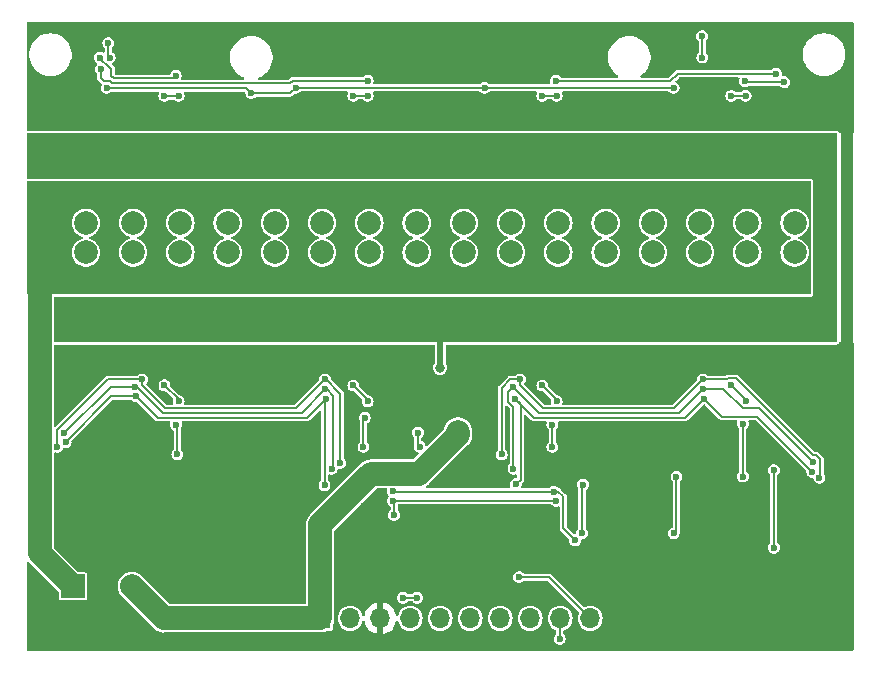
<source format=gbr>
%TF.GenerationSoftware,KiCad,Pcbnew,7.0.1*%
%TF.CreationDate,2024-10-11T19:23:26-04:00*%
%TF.ProjectId,PEST_Driver,50455354-5f44-4726-9976-65722e6b6963,rev?*%
%TF.SameCoordinates,Original*%
%TF.FileFunction,Copper,L2,Bot*%
%TF.FilePolarity,Positive*%
%FSLAX46Y46*%
G04 Gerber Fmt 4.6, Leading zero omitted, Abs format (unit mm)*
G04 Created by KiCad (PCBNEW 7.0.1) date 2024-10-11 19:23:26*
%MOMM*%
%LPD*%
G01*
G04 APERTURE LIST*
%TA.AperFunction,ComponentPad*%
%ADD10C,2.000000*%
%TD*%
%TA.AperFunction,ComponentPad*%
%ADD11R,2.000000X2.000000*%
%TD*%
%TA.AperFunction,ComponentPad*%
%ADD12R,1.700000X1.700000*%
%TD*%
%TA.AperFunction,ComponentPad*%
%ADD13O,1.700000X1.700000*%
%TD*%
%TA.AperFunction,ViaPad*%
%ADD14C,0.600000*%
%TD*%
%TA.AperFunction,ViaPad*%
%ADD15C,0.800000*%
%TD*%
%TA.AperFunction,Conductor*%
%ADD16C,0.200000*%
%TD*%
%TA.AperFunction,Conductor*%
%ADD17C,2.000000*%
%TD*%
%TA.AperFunction,Conductor*%
%ADD18C,0.500000*%
%TD*%
%TA.AperFunction,Conductor*%
%ADD19C,1.000000*%
%TD*%
G04 APERTURE END LIST*
D10*
%TO.P,J8,1,Pin_1*%
%TO.N,/X_Control/OUT14*%
X52000000Y-37000000D03*
%TO.P,J8,2,Pin_2*%
%TO.N,/X_Control/OUT15*%
X52000000Y-39500000D03*
%TD*%
%TO.P,J15,1,Pin_1*%
%TO.N,/Y_Control/OUT10*%
X76000000Y-37000000D03*
%TO.P,J15,2,Pin_2*%
%TO.N,/Y_Control/OUT11*%
X76000000Y-39500000D03*
%TD*%
%TO.P,J13,1,Pin_1*%
%TO.N,/Y_Control/OUT6*%
X68000000Y-37000000D03*
%TO.P,J13,2,Pin_2*%
%TO.N,/Y_Control/OUT7*%
X68000000Y-39500000D03*
%TD*%
%TO.P,J4,1,Pin_1*%
%TO.N,/X_Control/OUT6*%
X36000000Y-37000000D03*
%TO.P,J4,2,Pin_2*%
%TO.N,/X_Control/OUT7*%
X36000000Y-39500000D03*
%TD*%
%TO.P,J6,1,Pin_1*%
%TO.N,/X_Control/OUT10*%
X44000000Y-37000000D03*
%TO.P,J6,2,Pin_2*%
%TO.N,/X_Control/OUT11*%
X44000000Y-39500000D03*
%TD*%
%TO.P,J7,1,Pin_1*%
%TO.N,/X_Control/OUT12*%
X48000000Y-37000000D03*
%TO.P,J7,2,Pin_2*%
%TO.N,/X_Control/OUT13*%
X48000000Y-39500000D03*
%TD*%
%TO.P,J3,1,Pin_1*%
%TO.N,/X_Control/OUT4*%
X32000000Y-37000000D03*
%TO.P,J3,2,Pin_2*%
%TO.N,/X_Control/OUT5*%
X32000000Y-39500000D03*
%TD*%
%TO.P,J2,1,Pin_1*%
%TO.N,/X_Control/OUT2*%
X28000000Y-37000000D03*
%TO.P,J2,2,Pin_2*%
%TO.N,/X_Control/OUT3*%
X28000000Y-39500000D03*
%TD*%
D11*
%TO.P,C19,1*%
%TO.N,VIN*%
X22882323Y-67750000D03*
D10*
%TO.P,C19,2*%
%TO.N,GND*%
X27882323Y-67750000D03*
%TD*%
%TO.P,J11,1,Pin_1*%
%TO.N,/Y_Control/OUT2*%
X60000000Y-37000000D03*
%TO.P,J11,2,Pin_2*%
%TO.N,/Y_Control/OUT3*%
X60000000Y-39500000D03*
%TD*%
%TO.P,J10,1,Pin_1*%
%TO.N,/Y_Control/OUT0*%
X56000000Y-37000000D03*
%TO.P,J10,2,Pin_2*%
%TO.N,/Y_Control/OUT1*%
X56000000Y-39500000D03*
%TD*%
D12*
%TO.P,J9,1,Pin_1*%
%TO.N,GND*%
X43840000Y-70475000D03*
D13*
%TO.P,J9,2,Pin_2*%
%TO.N,VIN*%
X46380000Y-70475000D03*
%TO.P,J9,3,Pin_3*%
%TO.N,GNDS*%
X48920000Y-70475000D03*
%TO.P,J9,4,Pin_4*%
%TO.N,VCC*%
X51460000Y-70475000D03*
%TO.P,J9,5,Pin_5*%
%TO.N,SERX*%
X54000000Y-70475000D03*
%TO.P,J9,6,Pin_6*%
%TO.N,SERY*%
X56540000Y-70475000D03*
%TO.P,J9,7,Pin_7*%
%TO.N,CLK*%
X59080000Y-70475000D03*
%TO.P,J9,8,Pin_8*%
%TO.N,RCLK*%
X61620000Y-70475000D03*
%TO.P,J9,9,Pin_9*%
%TO.N,PWM*%
X64160000Y-70475000D03*
%TO.P,J9,10,Pin_10*%
%TO.N,VOUT*%
X66700000Y-70475000D03*
%TD*%
D10*
%TO.P,J16,1,Pin_1*%
%TO.N,/Y_Control/OUT12*%
X80000000Y-37000000D03*
%TO.P,J16,2,Pin_2*%
%TO.N,/Y_Control/OUT13*%
X80000000Y-39500000D03*
%TD*%
%TO.P,J1,1,Pin_1*%
%TO.N,/X_Control/OUT0*%
X24000000Y-37000000D03*
%TO.P,J1,2,Pin_2*%
%TO.N,/X_Control/OUT1*%
X24000000Y-39500000D03*
%TD*%
%TO.P,J12,1,Pin_1*%
%TO.N,/Y_Control/OUT4*%
X64000000Y-37000000D03*
%TO.P,J12,2,Pin_2*%
%TO.N,/Y_Control/OUT5*%
X64000000Y-39500000D03*
%TD*%
%TO.P,J14,1,Pin_1*%
%TO.N,/Y_Control/OUT8*%
X72000000Y-37000000D03*
%TO.P,J14,2,Pin_2*%
%TO.N,/Y_Control/OUT9*%
X72000000Y-39500000D03*
%TD*%
%TO.P,J5,1,Pin_1*%
%TO.N,/X_Control/OUT8*%
X40000000Y-37000000D03*
%TO.P,J5,2,Pin_2*%
%TO.N,/X_Control/OUT9*%
X40000000Y-39500000D03*
%TD*%
%TO.P,J17,1,Pin_1*%
%TO.N,/Y_Control/OUT14*%
X84000000Y-37000000D03*
%TO.P,J17,2,Pin_2*%
%TO.N,/Y_Control/OUT15*%
X84000000Y-39500000D03*
%TD*%
D14*
%TO.N,GNDS*%
X24219500Y-27200000D03*
D15*
%TO.N,GND*%
X55500000Y-54660500D03*
D14*
%TO.N,VCC*%
X41750000Y-25564500D03*
X57750000Y-25564500D03*
X82250000Y-57925500D03*
X25750000Y-25574500D03*
X38000000Y-26000000D03*
X82250000Y-64500000D03*
X73750000Y-25564500D03*
D15*
%TO.N,SENSE*%
X56000000Y-45250000D03*
X80000000Y-45250000D03*
X28000000Y-31250000D03*
X32000000Y-31250000D03*
X44000000Y-31250000D03*
X24000000Y-31250000D03*
X36000000Y-31250000D03*
X80000000Y-31250000D03*
X76000000Y-45250000D03*
X40000000Y-31250000D03*
X76000000Y-31250000D03*
X24000000Y-45250000D03*
X72000000Y-45250000D03*
X60000000Y-31250000D03*
X36000000Y-45250000D03*
X44000000Y-45250000D03*
X84000000Y-45250000D03*
X64000000Y-31250000D03*
X48000000Y-45250000D03*
X48000000Y-31250000D03*
X68000000Y-31250000D03*
X54000000Y-49250000D03*
X52000000Y-45250000D03*
X68000000Y-45250000D03*
X60000000Y-45250000D03*
X52000000Y-31250000D03*
X40000000Y-45250000D03*
X28000000Y-45250000D03*
X64000000Y-45250000D03*
X72000000Y-31250000D03*
X84000000Y-31250000D03*
X32000000Y-45250000D03*
X56000000Y-31250000D03*
%TO.N,VIN*%
X80999500Y-35700000D03*
X70699750Y-40800250D03*
X52999500Y-35700000D03*
X46699750Y-40800250D03*
X66699750Y-40800250D03*
X68999500Y-35700000D03*
X28999500Y-35700000D03*
X54699750Y-40800250D03*
X42699750Y-40800250D03*
X44999500Y-35700000D03*
X82699750Y-40800250D03*
X40999500Y-35700000D03*
X58699750Y-40800250D03*
X62699750Y-40800250D03*
X30699750Y-40800250D03*
X34699750Y-40800250D03*
X36999500Y-35700000D03*
X78699750Y-40800250D03*
X22699750Y-40800250D03*
X60999500Y-35700000D03*
X84999500Y-35700000D03*
X76999500Y-35700000D03*
X38699750Y-40800250D03*
X56999500Y-35700000D03*
X32999500Y-35700000D03*
X72999500Y-35700000D03*
X50699750Y-40800250D03*
X74699750Y-40800250D03*
X64999500Y-35700000D03*
X48999500Y-35700000D03*
X24999500Y-35700000D03*
X26699750Y-40800250D03*
D14*
%TO.N,SERX*%
X52059500Y-68740000D03*
X50860500Y-68740000D03*
%TO.N,SERY*%
X66000000Y-63274500D03*
X66101089Y-59148911D03*
%TO.N,Net-(U12-A0)*%
X31599500Y-24548911D03*
X25200497Y-23000000D03*
%TO.N,Net-(U12-A1)*%
X47849500Y-24965000D03*
X25250000Y-23975500D03*
%TO.N,/X_Control/G4A*%
X30642452Y-26250000D03*
X31849500Y-26250000D03*
%TO.N,/X_Control/G12A*%
X46642452Y-26250000D03*
X47849500Y-26240000D03*
%TO.N,/Y_Control/G4A*%
X62642452Y-26250000D03*
X63849500Y-26240000D03*
%TO.N,/Y_Control/G12A*%
X79849500Y-26240000D03*
X78642452Y-26250000D03*
%TO.N,/Y_Control/G5B*%
X63849500Y-52102333D03*
X62650500Y-50760000D03*
%TO.N,/Y_Control/G13B*%
X79849500Y-52102333D03*
X78650500Y-50760000D03*
%TO.N,/X_Control/G5B*%
X30650500Y-50750000D03*
X31849500Y-52092333D03*
%TO.N,/X_Control/G13B*%
X47849500Y-52102333D03*
X46650500Y-50760000D03*
%TO.N,VOUT*%
X52250000Y-55959500D03*
X60668589Y-66983589D03*
X52100601Y-54747587D03*
%TO.N,Net-(U12-A2)*%
X31625500Y-54091833D03*
X31750000Y-56600000D03*
%TO.N,/X_Control/DIR*%
X22280581Y-55567788D03*
X44338567Y-51870565D03*
X25900500Y-21775500D03*
X28257900Y-51671407D03*
X44200000Y-59200000D03*
X26000000Y-23000000D03*
%TO.N,Net-(U12-A3)*%
X47500000Y-55959500D03*
X47599500Y-53500000D03*
%TO.N,PWM*%
X73750000Y-63274500D03*
X74000000Y-58500000D03*
X64110000Y-72224500D03*
%TO.N,Net-(U13-A0)*%
X82424254Y-24375746D03*
X63799500Y-24965000D03*
%TO.N,Net-(U13-A1)*%
X83124253Y-25075746D03*
X79800000Y-25000000D03*
%TO.N,/X_Control/S2*%
X21586416Y-55964448D03*
X28750000Y-50250000D03*
X45538067Y-57324500D03*
X44250000Y-50250000D03*
%TO.N,/X_Control/S1*%
X44274160Y-51073663D03*
X44800000Y-57800000D03*
X22177178Y-54775000D03*
X28161737Y-50865532D03*
%TO.N,Net-(U13-A2)*%
X63500000Y-54101833D03*
X63500000Y-55959500D03*
%TO.N,/Y_Control/DIR*%
X60400000Y-59124500D03*
X60349191Y-51900809D03*
X85498224Y-58070884D03*
X76338567Y-51870567D03*
X76173201Y-21176851D03*
X76200000Y-23000000D03*
%TO.N,Net-(U10-A)*%
X79625500Y-54000000D03*
X79625500Y-58474500D03*
%TO.N,/Y_Control/S1*%
X60200000Y-57800000D03*
X60161737Y-50865532D03*
X85571058Y-57274706D03*
X76274160Y-51073663D03*
%TO.N,CLK*%
X49976089Y-60525500D03*
X50099500Y-61724500D03*
X63799500Y-60525500D03*
%TO.N,RCLK*%
X50000500Y-59726370D03*
X65420651Y-63874000D03*
X63599500Y-59751418D03*
%TO.N,/Y_Control/S2*%
X60750000Y-50250000D03*
X86105836Y-58590510D03*
X76250000Y-50250000D03*
X59200000Y-56600000D03*
%TO.N,GNDS*%
X72750000Y-54101833D03*
X83200000Y-56600000D03*
X66000000Y-22400000D03*
X82000000Y-51500000D03*
X23000000Y-27250000D03*
X85000000Y-27250000D03*
X49000000Y-49250000D03*
X49000000Y-27250000D03*
X84600000Y-60900000D03*
X72250000Y-26750000D03*
X34000000Y-51500000D03*
X67000000Y-27250000D03*
X65000000Y-27250000D03*
X37000000Y-49250000D03*
X83000000Y-27250000D03*
X76269772Y-60263528D03*
X86750000Y-68500000D03*
X77000000Y-49250000D03*
X24750000Y-54000000D03*
X58000000Y-61750000D03*
X53000000Y-27250000D03*
X84100000Y-53700000D03*
X50000000Y-50000000D03*
X35000000Y-27250000D03*
X75000000Y-49250000D03*
X47000000Y-49250000D03*
X70000000Y-57600000D03*
X57600000Y-57000000D03*
X35000000Y-49250000D03*
X51000000Y-49250000D03*
X83000000Y-49250000D03*
X79000000Y-49250000D03*
X50000000Y-51500000D03*
X52682759Y-52829110D03*
X84600000Y-59200000D03*
X42000000Y-61750000D03*
X41000000Y-27250000D03*
X50000000Y-50750000D03*
X50000000Y-22400000D03*
X57000000Y-27250000D03*
X23000000Y-49250000D03*
X35200000Y-56600000D03*
X71000000Y-27250000D03*
X63729572Y-58962569D03*
X55000000Y-49250000D03*
X79750000Y-21799500D03*
X50000000Y-21600000D03*
X51200000Y-56600000D03*
X53000000Y-49250000D03*
X77000000Y-27250000D03*
X43000000Y-27250000D03*
X81000000Y-27250000D03*
X63000000Y-49250000D03*
X41000000Y-49250000D03*
X47000000Y-27250000D03*
X79750000Y-22500000D03*
X40250000Y-26750000D03*
X75000000Y-27250000D03*
X82000000Y-50750000D03*
X40300000Y-55959500D03*
X82000000Y-50099500D03*
X73000000Y-27250000D03*
X63000000Y-27250000D03*
X34000000Y-21600000D03*
X34000000Y-22400000D03*
X79000000Y-27250000D03*
X39100000Y-57200000D03*
X76250000Y-61675500D03*
X69200000Y-65940000D03*
X61000000Y-27250000D03*
X66000000Y-50250000D03*
X25000000Y-49250000D03*
X81000000Y-49250000D03*
X25000000Y-27250000D03*
X51900000Y-52900000D03*
X43000000Y-49250000D03*
X31000000Y-27250000D03*
X66000000Y-21600000D03*
X79730228Y-23236472D03*
X67000000Y-49250000D03*
X65000000Y-49250000D03*
X52900000Y-54760500D03*
X27000000Y-49250000D03*
X50000000Y-23200000D03*
X76250000Y-61000000D03*
X40750000Y-54091833D03*
X39000000Y-27250000D03*
X47559500Y-60926993D03*
X66002647Y-51748279D03*
X31000000Y-49250000D03*
X71000000Y-49250000D03*
X34000000Y-23200000D03*
X80750000Y-62500000D03*
X66002647Y-23248279D03*
X61000000Y-49250000D03*
X55000000Y-27250000D03*
X34000000Y-50750000D03*
X69000000Y-49250000D03*
X67200000Y-56600000D03*
X34000000Y-61750000D03*
X27000000Y-27250000D03*
X33000000Y-49250000D03*
X59000000Y-27250000D03*
X34000000Y-50000000D03*
X69000000Y-27250000D03*
X33000000Y-27250000D03*
X86750000Y-65500000D03*
X29000000Y-49250000D03*
X51000000Y-27250000D03*
X26000000Y-62000000D03*
X56250000Y-26750000D03*
X85000000Y-49250000D03*
X39000000Y-49250000D03*
X26000000Y-61000000D03*
X45000000Y-49250000D03*
X66000000Y-51000000D03*
X29000000Y-27250000D03*
X59000000Y-49250000D03*
X26065129Y-60337660D03*
X86750000Y-71500000D03*
X39100000Y-59100000D03*
X37000000Y-27250000D03*
X36000000Y-59225500D03*
X73000000Y-49250000D03*
X57000000Y-49250000D03*
X45000000Y-27250000D03*
%TD*%
D16*
%TO.N,Net-(U13-A0)*%
X74090225Y-24375746D02*
X82424254Y-24375746D01*
X73465971Y-25000000D02*
X74090225Y-24375746D01*
X63834500Y-25000000D02*
X73465971Y-25000000D01*
X63799500Y-24965000D02*
X63834500Y-25000000D01*
%TO.N,Net-(U12-A1)*%
X26198529Y-25174500D02*
X41291471Y-25174500D01*
X41500971Y-24965000D02*
X47849500Y-24965000D01*
X25998529Y-24974500D02*
X26198529Y-25174500D01*
X25501471Y-24974500D02*
X25998529Y-24974500D01*
X25250000Y-24723029D02*
X25501471Y-24974500D01*
X25250000Y-23975500D02*
X25250000Y-24723029D01*
X41291471Y-25174500D02*
X41500971Y-24965000D01*
%TO.N,Net-(U12-A0)*%
X31398411Y-24750000D02*
X31599500Y-24548911D01*
X26339714Y-24750000D02*
X31398411Y-24750000D01*
X26164214Y-23963717D02*
X26164214Y-24574500D01*
X25800497Y-23600000D02*
X26164214Y-23963717D01*
X25751471Y-23600000D02*
X25800497Y-23600000D01*
X25400000Y-23248529D02*
X25751471Y-23600000D01*
X25400000Y-23199503D02*
X25400000Y-23248529D01*
X25200497Y-23000000D02*
X25400000Y-23199503D01*
X26164214Y-24574500D02*
X26339714Y-24750000D01*
%TO.N,/X_Control/DIR*%
X25900500Y-22900500D02*
X26000000Y-23000000D01*
X25900500Y-21775500D02*
X25900500Y-22900500D01*
D17*
%TO.N,GND*%
X43840000Y-62520000D02*
X43840000Y-70475000D01*
X55500000Y-54660500D02*
X55500000Y-54940000D01*
X55500000Y-54940000D02*
X52213630Y-58226370D01*
X43840000Y-70475000D02*
X30607323Y-70475000D01*
X48133630Y-58226370D02*
X43840000Y-62520000D01*
X30607323Y-70475000D02*
X27882323Y-67750000D01*
X52213630Y-58226370D02*
X48133630Y-58226370D01*
D16*
%TO.N,VCC*%
X41750000Y-25564500D02*
X57750000Y-25564500D01*
X82250000Y-64500000D02*
X82250000Y-57925500D01*
X41750000Y-25564500D02*
X41314500Y-26000000D01*
X37574500Y-25574500D02*
X25750000Y-25574500D01*
X38000000Y-26000000D02*
X37574500Y-25574500D01*
X41314500Y-26000000D02*
X38000000Y-26000000D01*
X57750000Y-25564500D02*
X73750000Y-25564500D01*
D17*
%TO.N,SENSE*%
X86500000Y-46000000D02*
X86599500Y-45900500D01*
D18*
X54000000Y-49250000D02*
X54000000Y-46500000D01*
D17*
X86599500Y-45900500D02*
X86599500Y-30849500D01*
%TO.N,VIN*%
X22882323Y-67750000D02*
X20086416Y-64954093D01*
X20086416Y-64954093D02*
X20086416Y-34913584D01*
D16*
%TO.N,SERX*%
X52059500Y-68740000D02*
X50860500Y-68740000D01*
%TO.N,SERY*%
X66000000Y-63274500D02*
X66000000Y-59250000D01*
X66000000Y-59250000D02*
X66101089Y-59148911D01*
%TO.N,/X_Control/G4A*%
X30642452Y-26250000D02*
X31849500Y-26250000D01*
%TO.N,/X_Control/G12A*%
X46652452Y-26240000D02*
X47849500Y-26240000D01*
X46642452Y-26250000D02*
X46652452Y-26240000D01*
%TO.N,/Y_Control/G4A*%
X62652452Y-26240000D02*
X63849500Y-26240000D01*
X62642452Y-26250000D02*
X62652452Y-26240000D01*
%TO.N,/Y_Control/G12A*%
X78652452Y-26240000D02*
X79849500Y-26240000D01*
X78642452Y-26250000D02*
X78652452Y-26240000D01*
%TO.N,/Y_Control/G5B*%
X63849500Y-51959000D02*
X62650500Y-50760000D01*
%TO.N,/Y_Control/G13B*%
X79849500Y-51959000D02*
X78650500Y-50760000D01*
%TO.N,/X_Control/G5B*%
X31849500Y-52092333D02*
X31849500Y-51949000D01*
X31849500Y-51949000D02*
X30650500Y-50750000D01*
%TO.N,/X_Control/G13B*%
X47849500Y-51959000D02*
X46650500Y-50760000D01*
%TO.N,VOUT*%
X63208589Y-66983589D02*
X66700000Y-70475000D01*
X52100601Y-55810101D02*
X52250000Y-55959500D01*
X60668589Y-66983589D02*
X63208589Y-66983589D01*
X52100601Y-54747587D02*
X52100601Y-55810101D01*
%TO.N,Net-(U12-A2)*%
X31750000Y-54216333D02*
X31625500Y-54091833D01*
X31750000Y-56600000D02*
X31750000Y-54216333D01*
%TO.N,/X_Control/DIR*%
X44200000Y-52009132D02*
X44338567Y-51870565D01*
X28257900Y-51671407D02*
X30078826Y-53492333D01*
X44200000Y-59200000D02*
X44200000Y-52009132D01*
X42716799Y-53492333D02*
X44338567Y-51870565D01*
X30078826Y-53492333D02*
X42716799Y-53492333D01*
X22280581Y-55519419D02*
X26128593Y-51671407D01*
X22280581Y-55567788D02*
X22280581Y-55519419D01*
X26128593Y-51671407D02*
X28257900Y-51671407D01*
%TO.N,Net-(U12-A3)*%
X47500000Y-55959500D02*
X47500000Y-53599500D01*
X47500000Y-53599500D02*
X47599500Y-53500000D01*
%TO.N,PWM*%
X64110000Y-70525000D02*
X64160000Y-70475000D01*
X73750000Y-63274500D02*
X74000000Y-63024500D01*
X74000000Y-63024500D02*
X74000000Y-58500000D01*
X64110000Y-72224500D02*
X64110000Y-70525000D01*
%TO.N,Net-(U13-A1)*%
X79875746Y-25075746D02*
X79800000Y-25000000D01*
X83124253Y-25075746D02*
X79875746Y-25075746D01*
%TO.N,/X_Control/S2*%
X45538067Y-51489041D02*
X44299026Y-50250000D01*
X21577178Y-54526471D02*
X25853649Y-50250000D01*
X30692333Y-52692333D02*
X41807667Y-52692333D01*
X28750000Y-50750000D02*
X30692333Y-52692333D01*
X21586416Y-55964448D02*
X21577178Y-55955210D01*
X44299026Y-50250000D02*
X44250000Y-50250000D01*
X25853649Y-50250000D02*
X28750000Y-50250000D01*
X28750000Y-50250000D02*
X28750000Y-50750000D01*
X45538067Y-57324500D02*
X45538067Y-51489041D01*
X21577178Y-55955210D02*
X21577178Y-54526471D01*
X41807667Y-52692333D02*
X44250000Y-50250000D01*
%TO.N,/X_Control/S1*%
X42255490Y-53092333D02*
X44274160Y-51073663D01*
X22177178Y-54775000D02*
X26086646Y-50865532D01*
X44800000Y-57800000D02*
X44938567Y-57661433D01*
X28150000Y-50715685D02*
X30526648Y-53092333D01*
X44938567Y-57661433D02*
X44938567Y-51622036D01*
X30526648Y-53092333D02*
X42255490Y-53092333D01*
X26086646Y-50865532D02*
X28161737Y-50865532D01*
X44390194Y-51073663D02*
X44274160Y-51073663D01*
X28161737Y-50865532D02*
X28150000Y-50853795D01*
X44938567Y-51622036D02*
X44390194Y-51073663D01*
X28150000Y-50853795D02*
X28150000Y-50715685D01*
%TO.N,Net-(U13-A2)*%
X63500000Y-55959500D02*
X63500000Y-54101833D01*
%TO.N,/Y_Control/DIR*%
X76173201Y-21176851D02*
X76173201Y-22973201D01*
X77868000Y-53400000D02*
X76338567Y-51870567D01*
X85498224Y-58049695D02*
X80848529Y-53400000D01*
X85498224Y-58070884D02*
X85498224Y-58049695D01*
X80848529Y-53400000D02*
X77868000Y-53400000D01*
X60349191Y-51900809D02*
X61950715Y-53502333D01*
X60800000Y-52351618D02*
X60349191Y-51900809D01*
X60800000Y-58724500D02*
X60800000Y-52351618D01*
X61950715Y-53502333D02*
X74706801Y-53502333D01*
X60400000Y-59124500D02*
X60800000Y-58724500D01*
X74706801Y-53502333D02*
X76338567Y-51870567D01*
X76173201Y-22973201D02*
X76200000Y-23000000D01*
%TO.N,Net-(U10-A)*%
X79625500Y-54000000D02*
X79625500Y-58474500D01*
%TO.N,/Y_Control/S1*%
X60200000Y-52600147D02*
X59749191Y-52149338D01*
X74245490Y-53102333D02*
X76274160Y-51073663D01*
X60161737Y-50865532D02*
X62398538Y-53102333D01*
X77972301Y-51073663D02*
X76274160Y-51073663D01*
X59749191Y-51278078D02*
X60161737Y-50865532D01*
X60200000Y-57800000D02*
X60200000Y-52600147D01*
X79600971Y-52702333D02*
X77972301Y-51073663D01*
X62398538Y-53102333D02*
X74245490Y-53102333D01*
X59749191Y-52149338D02*
X59749191Y-51278078D01*
X85571058Y-57274706D02*
X80998685Y-52702333D01*
X80998685Y-52702333D02*
X79600971Y-52702333D01*
%TO.N,CLK*%
X63799500Y-60525500D02*
X49976089Y-60525500D01*
X50099500Y-60648911D02*
X49976089Y-60525500D01*
X50099500Y-61724500D02*
X50099500Y-60648911D01*
%TO.N,RCLK*%
X50025548Y-59751418D02*
X50000500Y-59726370D01*
X63599500Y-59751418D02*
X50025548Y-59751418D01*
X65420651Y-63874000D02*
X64399500Y-62852849D01*
X64001418Y-59751418D02*
X63599500Y-59751418D01*
X64399500Y-62852849D02*
X64399500Y-60149500D01*
X64399500Y-60149500D02*
X64001418Y-59751418D01*
%TO.N,/Y_Control/S2*%
X86171058Y-57026177D02*
X85819587Y-56674706D01*
X78311971Y-50250000D02*
X76250000Y-50250000D01*
X73797667Y-52702333D02*
X76250000Y-50250000D01*
X62702333Y-52702333D02*
X73797667Y-52702333D01*
X60750000Y-50750000D02*
X62702333Y-52702333D01*
X86171058Y-58525288D02*
X86171058Y-57026177D01*
X59200000Y-50978740D02*
X59928740Y-50250000D01*
X85819587Y-56674706D02*
X85536744Y-56674706D01*
X78401971Y-50160000D02*
X78311971Y-50250000D01*
X79022038Y-50160000D02*
X78401971Y-50160000D01*
X85536744Y-56674706D02*
X79022038Y-50160000D01*
X60750000Y-50250000D02*
X60750000Y-50750000D01*
X59928740Y-50250000D02*
X60750000Y-50250000D01*
X59200000Y-56600000D02*
X59200000Y-50978740D01*
X86105836Y-58590510D02*
X86171058Y-58525288D01*
D19*
%TO.N,GNDS*%
X88450000Y-48300000D02*
X88250000Y-48500000D01*
X88450000Y-27200000D02*
X88450000Y-48300000D01*
X88250000Y-27000000D02*
X88450000Y-27200000D01*
%TD*%
%TA.AperFunction,Conductor*%
%TO.N,SENSE*%
G36*
X87550500Y-29413263D02*
G01*
X87586737Y-29449500D01*
X87600000Y-29499000D01*
X87600000Y-33351000D01*
X87586737Y-33400500D01*
X87550500Y-33436737D01*
X87501000Y-33450000D01*
X85651913Y-33450000D01*
X85596914Y-33433317D01*
X85573942Y-33405327D01*
X85571642Y-33407093D01*
X85563706Y-33396751D01*
X85531047Y-33354190D01*
X85494810Y-33317953D01*
X85452249Y-33285294D01*
X85452248Y-33285293D01*
X85402683Y-33264764D01*
X85353184Y-33251501D01*
X85300000Y-33244500D01*
X19099000Y-33244500D01*
X19049500Y-33231237D01*
X19013263Y-33195000D01*
X19000000Y-33145500D01*
X19000000Y-29499000D01*
X19013263Y-29449500D01*
X19049500Y-29413263D01*
X19099000Y-29400000D01*
X87501000Y-29400000D01*
X87550500Y-29413263D01*
G37*
%TD.AperFunction*%
%TD*%
%TA.AperFunction,Conductor*%
%TO.N,VIN*%
G36*
X85349500Y-33463263D02*
G01*
X85385737Y-33499500D01*
X85399000Y-33549000D01*
X85399000Y-36945318D01*
X85381789Y-37000000D01*
X85399000Y-37054682D01*
X85399000Y-39445318D01*
X85381789Y-39499999D01*
X85399000Y-39554682D01*
X85399000Y-42951000D01*
X85385737Y-43000500D01*
X85349500Y-43036737D01*
X85300000Y-43050000D01*
X19099000Y-43050000D01*
X19049500Y-43036737D01*
X19013263Y-43000500D01*
X19000000Y-42951000D01*
X19000000Y-39500000D01*
X22794357Y-39500000D01*
X22814885Y-39721535D01*
X22875772Y-39935530D01*
X22974940Y-40134686D01*
X22974941Y-40134687D01*
X22974942Y-40134689D01*
X23109019Y-40312236D01*
X23273438Y-40462124D01*
X23462599Y-40579247D01*
X23670060Y-40659618D01*
X23670063Y-40659619D01*
X23888755Y-40700500D01*
X23888757Y-40700500D01*
X24111243Y-40700500D01*
X24111245Y-40700500D01*
X24329936Y-40659619D01*
X24329937Y-40659618D01*
X24329940Y-40659618D01*
X24537401Y-40579247D01*
X24726562Y-40462124D01*
X24890981Y-40312236D01*
X25025058Y-40134689D01*
X25124229Y-39935528D01*
X25185115Y-39721536D01*
X25205643Y-39500000D01*
X26794357Y-39500000D01*
X26814885Y-39721535D01*
X26875772Y-39935530D01*
X26974940Y-40134686D01*
X26974941Y-40134687D01*
X26974942Y-40134689D01*
X27109019Y-40312236D01*
X27273438Y-40462124D01*
X27462599Y-40579247D01*
X27670060Y-40659618D01*
X27670063Y-40659619D01*
X27888755Y-40700500D01*
X27888757Y-40700500D01*
X28111243Y-40700500D01*
X28111245Y-40700500D01*
X28329936Y-40659619D01*
X28329937Y-40659618D01*
X28329940Y-40659618D01*
X28537401Y-40579247D01*
X28726562Y-40462124D01*
X28890981Y-40312236D01*
X29025058Y-40134689D01*
X29124229Y-39935528D01*
X29185115Y-39721536D01*
X29205643Y-39500000D01*
X30794357Y-39500000D01*
X30814885Y-39721535D01*
X30875772Y-39935530D01*
X30974940Y-40134686D01*
X30974941Y-40134687D01*
X30974942Y-40134689D01*
X31109019Y-40312236D01*
X31273438Y-40462124D01*
X31462599Y-40579247D01*
X31670060Y-40659618D01*
X31670063Y-40659619D01*
X31888755Y-40700500D01*
X31888757Y-40700500D01*
X32111243Y-40700500D01*
X32111245Y-40700500D01*
X32329936Y-40659619D01*
X32329937Y-40659618D01*
X32329940Y-40659618D01*
X32537401Y-40579247D01*
X32726562Y-40462124D01*
X32890981Y-40312236D01*
X33025058Y-40134689D01*
X33124229Y-39935528D01*
X33185115Y-39721536D01*
X33205643Y-39500000D01*
X34794357Y-39500000D01*
X34814885Y-39721535D01*
X34875772Y-39935530D01*
X34974940Y-40134686D01*
X34974941Y-40134687D01*
X34974942Y-40134689D01*
X35109019Y-40312236D01*
X35273438Y-40462124D01*
X35462599Y-40579247D01*
X35670060Y-40659618D01*
X35670063Y-40659619D01*
X35888755Y-40700500D01*
X35888757Y-40700500D01*
X36111243Y-40700500D01*
X36111245Y-40700500D01*
X36329936Y-40659619D01*
X36329937Y-40659618D01*
X36329940Y-40659618D01*
X36537401Y-40579247D01*
X36726562Y-40462124D01*
X36890981Y-40312236D01*
X37025058Y-40134689D01*
X37124229Y-39935528D01*
X37185115Y-39721536D01*
X37205643Y-39500000D01*
X38794357Y-39500000D01*
X38814885Y-39721535D01*
X38875772Y-39935530D01*
X38974940Y-40134686D01*
X38974941Y-40134687D01*
X38974942Y-40134689D01*
X39109019Y-40312236D01*
X39273438Y-40462124D01*
X39462599Y-40579247D01*
X39670060Y-40659618D01*
X39670063Y-40659619D01*
X39888755Y-40700500D01*
X39888757Y-40700500D01*
X40111243Y-40700500D01*
X40111245Y-40700500D01*
X40329936Y-40659619D01*
X40329937Y-40659618D01*
X40329940Y-40659618D01*
X40537401Y-40579247D01*
X40726562Y-40462124D01*
X40890981Y-40312236D01*
X41025058Y-40134689D01*
X41124229Y-39935528D01*
X41185115Y-39721536D01*
X41205643Y-39500000D01*
X42794357Y-39500000D01*
X42814885Y-39721535D01*
X42875772Y-39935530D01*
X42974940Y-40134686D01*
X42974941Y-40134687D01*
X42974942Y-40134689D01*
X43109019Y-40312236D01*
X43273438Y-40462124D01*
X43462599Y-40579247D01*
X43670060Y-40659618D01*
X43670063Y-40659619D01*
X43888755Y-40700500D01*
X43888757Y-40700500D01*
X44111243Y-40700500D01*
X44111245Y-40700500D01*
X44329936Y-40659619D01*
X44329937Y-40659618D01*
X44329940Y-40659618D01*
X44537401Y-40579247D01*
X44726562Y-40462124D01*
X44890981Y-40312236D01*
X45025058Y-40134689D01*
X45124229Y-39935528D01*
X45185115Y-39721536D01*
X45205643Y-39500000D01*
X46794357Y-39500000D01*
X46814885Y-39721535D01*
X46875772Y-39935530D01*
X46974940Y-40134686D01*
X46974941Y-40134687D01*
X46974942Y-40134689D01*
X47109019Y-40312236D01*
X47273438Y-40462124D01*
X47462599Y-40579247D01*
X47670060Y-40659618D01*
X47670063Y-40659619D01*
X47888755Y-40700500D01*
X47888757Y-40700500D01*
X48111243Y-40700500D01*
X48111245Y-40700500D01*
X48329936Y-40659619D01*
X48329937Y-40659618D01*
X48329940Y-40659618D01*
X48537401Y-40579247D01*
X48726562Y-40462124D01*
X48890981Y-40312236D01*
X49025058Y-40134689D01*
X49124229Y-39935528D01*
X49185115Y-39721536D01*
X49205643Y-39500000D01*
X50794357Y-39500000D01*
X50814885Y-39721535D01*
X50875772Y-39935530D01*
X50974940Y-40134686D01*
X50974941Y-40134687D01*
X50974942Y-40134689D01*
X51109019Y-40312236D01*
X51273438Y-40462124D01*
X51462599Y-40579247D01*
X51670060Y-40659618D01*
X51670063Y-40659619D01*
X51888755Y-40700500D01*
X51888757Y-40700500D01*
X52111243Y-40700500D01*
X52111245Y-40700500D01*
X52329936Y-40659619D01*
X52329937Y-40659618D01*
X52329940Y-40659618D01*
X52537401Y-40579247D01*
X52726562Y-40462124D01*
X52890981Y-40312236D01*
X53025058Y-40134689D01*
X53124229Y-39935528D01*
X53185115Y-39721536D01*
X53205643Y-39500000D01*
X54794357Y-39500000D01*
X54814885Y-39721535D01*
X54875772Y-39935530D01*
X54974940Y-40134686D01*
X54974941Y-40134687D01*
X54974942Y-40134689D01*
X55109019Y-40312236D01*
X55273438Y-40462124D01*
X55462599Y-40579247D01*
X55670060Y-40659618D01*
X55670063Y-40659619D01*
X55888755Y-40700500D01*
X55888757Y-40700500D01*
X56111243Y-40700500D01*
X56111245Y-40700500D01*
X56329936Y-40659619D01*
X56329937Y-40659618D01*
X56329940Y-40659618D01*
X56537401Y-40579247D01*
X56726562Y-40462124D01*
X56890981Y-40312236D01*
X57025058Y-40134689D01*
X57124229Y-39935528D01*
X57185115Y-39721536D01*
X57205643Y-39500000D01*
X58794357Y-39500000D01*
X58814885Y-39721535D01*
X58875772Y-39935530D01*
X58974940Y-40134686D01*
X58974941Y-40134687D01*
X58974942Y-40134689D01*
X59109019Y-40312236D01*
X59273438Y-40462124D01*
X59462599Y-40579247D01*
X59670060Y-40659618D01*
X59670063Y-40659619D01*
X59888755Y-40700500D01*
X59888757Y-40700500D01*
X60111243Y-40700500D01*
X60111245Y-40700500D01*
X60329936Y-40659619D01*
X60329937Y-40659618D01*
X60329940Y-40659618D01*
X60537401Y-40579247D01*
X60726562Y-40462124D01*
X60890981Y-40312236D01*
X61025058Y-40134689D01*
X61124229Y-39935528D01*
X61185115Y-39721536D01*
X61205643Y-39500000D01*
X62794357Y-39500000D01*
X62814885Y-39721535D01*
X62875772Y-39935530D01*
X62974940Y-40134686D01*
X62974941Y-40134687D01*
X62974942Y-40134689D01*
X63109019Y-40312236D01*
X63273438Y-40462124D01*
X63462599Y-40579247D01*
X63670060Y-40659618D01*
X63670063Y-40659619D01*
X63888755Y-40700500D01*
X63888757Y-40700500D01*
X64111243Y-40700500D01*
X64111245Y-40700500D01*
X64329936Y-40659619D01*
X64329937Y-40659618D01*
X64329940Y-40659618D01*
X64537401Y-40579247D01*
X64726562Y-40462124D01*
X64890981Y-40312236D01*
X65025058Y-40134689D01*
X65124229Y-39935528D01*
X65185115Y-39721536D01*
X65205643Y-39500000D01*
X66794357Y-39500000D01*
X66814885Y-39721535D01*
X66875772Y-39935530D01*
X66974940Y-40134686D01*
X66974941Y-40134687D01*
X66974942Y-40134689D01*
X67109019Y-40312236D01*
X67273438Y-40462124D01*
X67462599Y-40579247D01*
X67670060Y-40659618D01*
X67670063Y-40659619D01*
X67888755Y-40700500D01*
X67888757Y-40700500D01*
X68111243Y-40700500D01*
X68111245Y-40700500D01*
X68329936Y-40659619D01*
X68329937Y-40659618D01*
X68329940Y-40659618D01*
X68537401Y-40579247D01*
X68726562Y-40462124D01*
X68890981Y-40312236D01*
X69025058Y-40134689D01*
X69124229Y-39935528D01*
X69185115Y-39721536D01*
X69205643Y-39500000D01*
X70794357Y-39500000D01*
X70814885Y-39721535D01*
X70875772Y-39935530D01*
X70974940Y-40134686D01*
X70974941Y-40134687D01*
X70974942Y-40134689D01*
X71109019Y-40312236D01*
X71273438Y-40462124D01*
X71462599Y-40579247D01*
X71670060Y-40659618D01*
X71670063Y-40659619D01*
X71888755Y-40700500D01*
X71888757Y-40700500D01*
X72111243Y-40700500D01*
X72111245Y-40700500D01*
X72329936Y-40659619D01*
X72329937Y-40659618D01*
X72329940Y-40659618D01*
X72537401Y-40579247D01*
X72726562Y-40462124D01*
X72890981Y-40312236D01*
X73025058Y-40134689D01*
X73124229Y-39935528D01*
X73185115Y-39721536D01*
X73205643Y-39500000D01*
X74794357Y-39500000D01*
X74814885Y-39721535D01*
X74875772Y-39935530D01*
X74974940Y-40134686D01*
X74974941Y-40134687D01*
X74974942Y-40134689D01*
X75109019Y-40312236D01*
X75273438Y-40462124D01*
X75462599Y-40579247D01*
X75670060Y-40659618D01*
X75670063Y-40659619D01*
X75888755Y-40700500D01*
X75888757Y-40700500D01*
X76111243Y-40700500D01*
X76111245Y-40700500D01*
X76329936Y-40659619D01*
X76329937Y-40659618D01*
X76329940Y-40659618D01*
X76537401Y-40579247D01*
X76726562Y-40462124D01*
X76890981Y-40312236D01*
X77025058Y-40134689D01*
X77124229Y-39935528D01*
X77185115Y-39721536D01*
X77205643Y-39500000D01*
X78794357Y-39500000D01*
X78814885Y-39721535D01*
X78875772Y-39935530D01*
X78974940Y-40134686D01*
X78974941Y-40134687D01*
X78974942Y-40134689D01*
X79109019Y-40312236D01*
X79273438Y-40462124D01*
X79462599Y-40579247D01*
X79670060Y-40659618D01*
X79670063Y-40659619D01*
X79888755Y-40700500D01*
X79888757Y-40700500D01*
X80111243Y-40700500D01*
X80111245Y-40700500D01*
X80329936Y-40659619D01*
X80329937Y-40659618D01*
X80329940Y-40659618D01*
X80537401Y-40579247D01*
X80726562Y-40462124D01*
X80890981Y-40312236D01*
X81025058Y-40134689D01*
X81124229Y-39935528D01*
X81185115Y-39721536D01*
X81205643Y-39500000D01*
X82794357Y-39500000D01*
X82814885Y-39721535D01*
X82875772Y-39935530D01*
X82974940Y-40134686D01*
X82974941Y-40134687D01*
X82974942Y-40134689D01*
X83109019Y-40312236D01*
X83273438Y-40462124D01*
X83462599Y-40579247D01*
X83670060Y-40659618D01*
X83670063Y-40659619D01*
X83888755Y-40700500D01*
X83888757Y-40700500D01*
X84111243Y-40700500D01*
X84111245Y-40700500D01*
X84329936Y-40659619D01*
X84329937Y-40659618D01*
X84329940Y-40659618D01*
X84537401Y-40579247D01*
X84726562Y-40462124D01*
X84890981Y-40312236D01*
X85025058Y-40134689D01*
X85124229Y-39935528D01*
X85185115Y-39721536D01*
X85201422Y-39545546D01*
X85220535Y-39499999D01*
X85201422Y-39454452D01*
X85200576Y-39445318D01*
X85185115Y-39278464D01*
X85124229Y-39064472D01*
X85025058Y-38865311D01*
X84890981Y-38687764D01*
X84726562Y-38537876D01*
X84537401Y-38420753D01*
X84537399Y-38420752D01*
X84440790Y-38383325D01*
X84334928Y-38342314D01*
X84289017Y-38305948D01*
X84271692Y-38250000D01*
X84289017Y-38194052D01*
X84334928Y-38157685D01*
X84537401Y-38079247D01*
X84726562Y-37962124D01*
X84890981Y-37812236D01*
X85025058Y-37634689D01*
X85124229Y-37435528D01*
X85185115Y-37221536D01*
X85201422Y-37045546D01*
X85220535Y-37000000D01*
X85201422Y-36954452D01*
X85200576Y-36945318D01*
X85185115Y-36778464D01*
X85124229Y-36564472D01*
X85025058Y-36365311D01*
X84890981Y-36187764D01*
X84726562Y-36037876D01*
X84537401Y-35920753D01*
X84537399Y-35920752D01*
X84329936Y-35840380D01*
X84111245Y-35799500D01*
X84111243Y-35799500D01*
X83888757Y-35799500D01*
X83888755Y-35799500D01*
X83670063Y-35840380D01*
X83462600Y-35920752D01*
X83273436Y-36037877D01*
X83109020Y-36187763D01*
X82974940Y-36365313D01*
X82875772Y-36564469D01*
X82814885Y-36778464D01*
X82794357Y-37000000D01*
X82814885Y-37221535D01*
X82875772Y-37435530D01*
X82974940Y-37634686D01*
X82974941Y-37634687D01*
X82974942Y-37634689D01*
X83109019Y-37812236D01*
X83273438Y-37962124D01*
X83462599Y-38079247D01*
X83611144Y-38136793D01*
X83665070Y-38157685D01*
X83710982Y-38194052D01*
X83728307Y-38250000D01*
X83710982Y-38305948D01*
X83665070Y-38342315D01*
X83462600Y-38420752D01*
X83273436Y-38537877D01*
X83109020Y-38687763D01*
X82974940Y-38865313D01*
X82875772Y-39064469D01*
X82814885Y-39278464D01*
X82794357Y-39500000D01*
X81205643Y-39500000D01*
X81185115Y-39278464D01*
X81124229Y-39064472D01*
X81025058Y-38865311D01*
X80890981Y-38687764D01*
X80726562Y-38537876D01*
X80537401Y-38420753D01*
X80537399Y-38420752D01*
X80440790Y-38383325D01*
X80334928Y-38342314D01*
X80289017Y-38305948D01*
X80271692Y-38250000D01*
X80289017Y-38194052D01*
X80334928Y-38157685D01*
X80537401Y-38079247D01*
X80726562Y-37962124D01*
X80890981Y-37812236D01*
X81025058Y-37634689D01*
X81124229Y-37435528D01*
X81185115Y-37221536D01*
X81205643Y-37000000D01*
X81185115Y-36778464D01*
X81124229Y-36564472D01*
X81025058Y-36365311D01*
X80890981Y-36187764D01*
X80726562Y-36037876D01*
X80537401Y-35920753D01*
X80537399Y-35920752D01*
X80329936Y-35840380D01*
X80111245Y-35799500D01*
X80111243Y-35799500D01*
X79888757Y-35799500D01*
X79888755Y-35799500D01*
X79670063Y-35840380D01*
X79462600Y-35920752D01*
X79273436Y-36037877D01*
X79109020Y-36187763D01*
X78974940Y-36365313D01*
X78875772Y-36564469D01*
X78814885Y-36778464D01*
X78794357Y-37000000D01*
X78814885Y-37221535D01*
X78875772Y-37435530D01*
X78974940Y-37634686D01*
X78974941Y-37634687D01*
X78974942Y-37634689D01*
X79109019Y-37812236D01*
X79273438Y-37962124D01*
X79462599Y-38079247D01*
X79611144Y-38136793D01*
X79665070Y-38157685D01*
X79710982Y-38194052D01*
X79728307Y-38250000D01*
X79710982Y-38305948D01*
X79665070Y-38342315D01*
X79462600Y-38420752D01*
X79273436Y-38537877D01*
X79109020Y-38687763D01*
X78974940Y-38865313D01*
X78875772Y-39064469D01*
X78814885Y-39278464D01*
X78794357Y-39500000D01*
X77205643Y-39500000D01*
X77185115Y-39278464D01*
X77124229Y-39064472D01*
X77025058Y-38865311D01*
X76890981Y-38687764D01*
X76726562Y-38537876D01*
X76537401Y-38420753D01*
X76537399Y-38420752D01*
X76440790Y-38383325D01*
X76334928Y-38342314D01*
X76289017Y-38305948D01*
X76271692Y-38250000D01*
X76289017Y-38194052D01*
X76334928Y-38157685D01*
X76537401Y-38079247D01*
X76726562Y-37962124D01*
X76890981Y-37812236D01*
X77025058Y-37634689D01*
X77124229Y-37435528D01*
X77185115Y-37221536D01*
X77205643Y-37000000D01*
X77185115Y-36778464D01*
X77124229Y-36564472D01*
X77025058Y-36365311D01*
X76890981Y-36187764D01*
X76726562Y-36037876D01*
X76537401Y-35920753D01*
X76537399Y-35920752D01*
X76329936Y-35840380D01*
X76111245Y-35799500D01*
X76111243Y-35799500D01*
X75888757Y-35799500D01*
X75888755Y-35799500D01*
X75670063Y-35840380D01*
X75462600Y-35920752D01*
X75273436Y-36037877D01*
X75109020Y-36187763D01*
X74974940Y-36365313D01*
X74875772Y-36564469D01*
X74814885Y-36778464D01*
X74794357Y-37000000D01*
X74814885Y-37221535D01*
X74875772Y-37435530D01*
X74974940Y-37634686D01*
X74974941Y-37634687D01*
X74974942Y-37634689D01*
X75109019Y-37812236D01*
X75273438Y-37962124D01*
X75462599Y-38079247D01*
X75611144Y-38136793D01*
X75665070Y-38157685D01*
X75710982Y-38194052D01*
X75728307Y-38250000D01*
X75710982Y-38305948D01*
X75665070Y-38342315D01*
X75462600Y-38420752D01*
X75273436Y-38537877D01*
X75109020Y-38687763D01*
X74974940Y-38865313D01*
X74875772Y-39064469D01*
X74814885Y-39278464D01*
X74794357Y-39500000D01*
X73205643Y-39500000D01*
X73185115Y-39278464D01*
X73124229Y-39064472D01*
X73025058Y-38865311D01*
X72890981Y-38687764D01*
X72726562Y-38537876D01*
X72537401Y-38420753D01*
X72537399Y-38420752D01*
X72440790Y-38383325D01*
X72334928Y-38342314D01*
X72289017Y-38305948D01*
X72271692Y-38250000D01*
X72289017Y-38194052D01*
X72334928Y-38157685D01*
X72537401Y-38079247D01*
X72726562Y-37962124D01*
X72890981Y-37812236D01*
X73025058Y-37634689D01*
X73124229Y-37435528D01*
X73185115Y-37221536D01*
X73205643Y-37000000D01*
X73185115Y-36778464D01*
X73124229Y-36564472D01*
X73025058Y-36365311D01*
X72890981Y-36187764D01*
X72726562Y-36037876D01*
X72537401Y-35920753D01*
X72537399Y-35920752D01*
X72329936Y-35840380D01*
X72111245Y-35799500D01*
X72111243Y-35799500D01*
X71888757Y-35799500D01*
X71888755Y-35799500D01*
X71670063Y-35840380D01*
X71462600Y-35920752D01*
X71273436Y-36037877D01*
X71109020Y-36187763D01*
X70974940Y-36365313D01*
X70875772Y-36564469D01*
X70814885Y-36778464D01*
X70794357Y-37000000D01*
X70814885Y-37221535D01*
X70875772Y-37435530D01*
X70974940Y-37634686D01*
X70974941Y-37634687D01*
X70974942Y-37634689D01*
X71109019Y-37812236D01*
X71273438Y-37962124D01*
X71462599Y-38079247D01*
X71611144Y-38136793D01*
X71665070Y-38157685D01*
X71710982Y-38194052D01*
X71728307Y-38250000D01*
X71710982Y-38305948D01*
X71665070Y-38342315D01*
X71462600Y-38420752D01*
X71273436Y-38537877D01*
X71109020Y-38687763D01*
X70974940Y-38865313D01*
X70875772Y-39064469D01*
X70814885Y-39278464D01*
X70794357Y-39500000D01*
X69205643Y-39500000D01*
X69185115Y-39278464D01*
X69124229Y-39064472D01*
X69025058Y-38865311D01*
X68890981Y-38687764D01*
X68726562Y-38537876D01*
X68537401Y-38420753D01*
X68537399Y-38420752D01*
X68440790Y-38383325D01*
X68334928Y-38342314D01*
X68289017Y-38305948D01*
X68271692Y-38250000D01*
X68289017Y-38194052D01*
X68334928Y-38157685D01*
X68537401Y-38079247D01*
X68726562Y-37962124D01*
X68890981Y-37812236D01*
X69025058Y-37634689D01*
X69124229Y-37435528D01*
X69185115Y-37221536D01*
X69205643Y-37000000D01*
X69185115Y-36778464D01*
X69124229Y-36564472D01*
X69025058Y-36365311D01*
X68890981Y-36187764D01*
X68726562Y-36037876D01*
X68537401Y-35920753D01*
X68537399Y-35920752D01*
X68329936Y-35840380D01*
X68111245Y-35799500D01*
X68111243Y-35799500D01*
X67888757Y-35799500D01*
X67888755Y-35799500D01*
X67670063Y-35840380D01*
X67462600Y-35920752D01*
X67273436Y-36037877D01*
X67109020Y-36187763D01*
X66974940Y-36365313D01*
X66875772Y-36564469D01*
X66814885Y-36778464D01*
X66794357Y-37000000D01*
X66814885Y-37221535D01*
X66875772Y-37435530D01*
X66974940Y-37634686D01*
X66974941Y-37634687D01*
X66974942Y-37634689D01*
X67109019Y-37812236D01*
X67273438Y-37962124D01*
X67462599Y-38079247D01*
X67611144Y-38136793D01*
X67665070Y-38157685D01*
X67710982Y-38194052D01*
X67728307Y-38250000D01*
X67710982Y-38305948D01*
X67665070Y-38342315D01*
X67462600Y-38420752D01*
X67273436Y-38537877D01*
X67109020Y-38687763D01*
X66974940Y-38865313D01*
X66875772Y-39064469D01*
X66814885Y-39278464D01*
X66794357Y-39500000D01*
X65205643Y-39500000D01*
X65185115Y-39278464D01*
X65124229Y-39064472D01*
X65025058Y-38865311D01*
X64890981Y-38687764D01*
X64726562Y-38537876D01*
X64537401Y-38420753D01*
X64537399Y-38420752D01*
X64440790Y-38383325D01*
X64334928Y-38342314D01*
X64289017Y-38305948D01*
X64271692Y-38250000D01*
X64289017Y-38194052D01*
X64334928Y-38157685D01*
X64537401Y-38079247D01*
X64726562Y-37962124D01*
X64890981Y-37812236D01*
X65025058Y-37634689D01*
X65124229Y-37435528D01*
X65185115Y-37221536D01*
X65205643Y-37000000D01*
X65185115Y-36778464D01*
X65124229Y-36564472D01*
X65025058Y-36365311D01*
X64890981Y-36187764D01*
X64726562Y-36037876D01*
X64537401Y-35920753D01*
X64537399Y-35920752D01*
X64329936Y-35840380D01*
X64111245Y-35799500D01*
X64111243Y-35799500D01*
X63888757Y-35799500D01*
X63888755Y-35799500D01*
X63670063Y-35840380D01*
X63462600Y-35920752D01*
X63273436Y-36037877D01*
X63109020Y-36187763D01*
X62974940Y-36365313D01*
X62875772Y-36564469D01*
X62814885Y-36778464D01*
X62794357Y-37000000D01*
X62814885Y-37221535D01*
X62875772Y-37435530D01*
X62974940Y-37634686D01*
X62974941Y-37634687D01*
X62974942Y-37634689D01*
X63109019Y-37812236D01*
X63273438Y-37962124D01*
X63462599Y-38079247D01*
X63611144Y-38136793D01*
X63665070Y-38157685D01*
X63710982Y-38194052D01*
X63728307Y-38250000D01*
X63710982Y-38305948D01*
X63665070Y-38342315D01*
X63462600Y-38420752D01*
X63273436Y-38537877D01*
X63109020Y-38687763D01*
X62974940Y-38865313D01*
X62875772Y-39064469D01*
X62814885Y-39278464D01*
X62794357Y-39500000D01*
X61205643Y-39500000D01*
X61185115Y-39278464D01*
X61124229Y-39064472D01*
X61025058Y-38865311D01*
X60890981Y-38687764D01*
X60726562Y-38537876D01*
X60537401Y-38420753D01*
X60537399Y-38420752D01*
X60440790Y-38383325D01*
X60334928Y-38342314D01*
X60289017Y-38305948D01*
X60271692Y-38250000D01*
X60289017Y-38194052D01*
X60334928Y-38157685D01*
X60537401Y-38079247D01*
X60726562Y-37962124D01*
X60890981Y-37812236D01*
X61025058Y-37634689D01*
X61124229Y-37435528D01*
X61185115Y-37221536D01*
X61205643Y-37000000D01*
X61185115Y-36778464D01*
X61124229Y-36564472D01*
X61025058Y-36365311D01*
X60890981Y-36187764D01*
X60726562Y-36037876D01*
X60537401Y-35920753D01*
X60537399Y-35920752D01*
X60329936Y-35840380D01*
X60111245Y-35799500D01*
X60111243Y-35799500D01*
X59888757Y-35799500D01*
X59888755Y-35799500D01*
X59670063Y-35840380D01*
X59462600Y-35920752D01*
X59273436Y-36037877D01*
X59109020Y-36187763D01*
X58974940Y-36365313D01*
X58875772Y-36564469D01*
X58814885Y-36778464D01*
X58794357Y-37000000D01*
X58814885Y-37221535D01*
X58875772Y-37435530D01*
X58974940Y-37634686D01*
X58974941Y-37634687D01*
X58974942Y-37634689D01*
X59109019Y-37812236D01*
X59273438Y-37962124D01*
X59462599Y-38079247D01*
X59611144Y-38136793D01*
X59665070Y-38157685D01*
X59710982Y-38194052D01*
X59728307Y-38250000D01*
X59710982Y-38305948D01*
X59665070Y-38342315D01*
X59462600Y-38420752D01*
X59273436Y-38537877D01*
X59109020Y-38687763D01*
X58974940Y-38865313D01*
X58875772Y-39064469D01*
X58814885Y-39278464D01*
X58794357Y-39500000D01*
X57205643Y-39500000D01*
X57185115Y-39278464D01*
X57124229Y-39064472D01*
X57025058Y-38865311D01*
X56890981Y-38687764D01*
X56726562Y-38537876D01*
X56537401Y-38420753D01*
X56537399Y-38420752D01*
X56440790Y-38383325D01*
X56334928Y-38342314D01*
X56289017Y-38305948D01*
X56271692Y-38250000D01*
X56289017Y-38194052D01*
X56334928Y-38157685D01*
X56537401Y-38079247D01*
X56726562Y-37962124D01*
X56890981Y-37812236D01*
X57025058Y-37634689D01*
X57124229Y-37435528D01*
X57185115Y-37221536D01*
X57205643Y-37000000D01*
X57185115Y-36778464D01*
X57124229Y-36564472D01*
X57025058Y-36365311D01*
X56890981Y-36187764D01*
X56726562Y-36037876D01*
X56537401Y-35920753D01*
X56537399Y-35920752D01*
X56329936Y-35840380D01*
X56111245Y-35799500D01*
X56111243Y-35799500D01*
X55888757Y-35799500D01*
X55888755Y-35799500D01*
X55670063Y-35840380D01*
X55462600Y-35920752D01*
X55273436Y-36037877D01*
X55109020Y-36187763D01*
X54974940Y-36365313D01*
X54875772Y-36564469D01*
X54814885Y-36778464D01*
X54794357Y-37000000D01*
X54814885Y-37221535D01*
X54875772Y-37435530D01*
X54974940Y-37634686D01*
X54974941Y-37634687D01*
X54974942Y-37634689D01*
X55109019Y-37812236D01*
X55273438Y-37962124D01*
X55462599Y-38079247D01*
X55611144Y-38136793D01*
X55665070Y-38157685D01*
X55710982Y-38194052D01*
X55728307Y-38250000D01*
X55710982Y-38305948D01*
X55665070Y-38342315D01*
X55462600Y-38420752D01*
X55273436Y-38537877D01*
X55109020Y-38687763D01*
X54974940Y-38865313D01*
X54875772Y-39064469D01*
X54814885Y-39278464D01*
X54794357Y-39500000D01*
X53205643Y-39500000D01*
X53185115Y-39278464D01*
X53124229Y-39064472D01*
X53025058Y-38865311D01*
X52890981Y-38687764D01*
X52726562Y-38537876D01*
X52537401Y-38420753D01*
X52537399Y-38420752D01*
X52440790Y-38383325D01*
X52334928Y-38342314D01*
X52289017Y-38305948D01*
X52271692Y-38250000D01*
X52289017Y-38194052D01*
X52334928Y-38157685D01*
X52537401Y-38079247D01*
X52726562Y-37962124D01*
X52890981Y-37812236D01*
X53025058Y-37634689D01*
X53124229Y-37435528D01*
X53185115Y-37221536D01*
X53205643Y-37000000D01*
X53185115Y-36778464D01*
X53124229Y-36564472D01*
X53025058Y-36365311D01*
X52890981Y-36187764D01*
X52726562Y-36037876D01*
X52537401Y-35920753D01*
X52537399Y-35920752D01*
X52329936Y-35840380D01*
X52111245Y-35799500D01*
X52111243Y-35799500D01*
X51888757Y-35799500D01*
X51888755Y-35799500D01*
X51670063Y-35840380D01*
X51462600Y-35920752D01*
X51273436Y-36037877D01*
X51109020Y-36187763D01*
X50974940Y-36365313D01*
X50875772Y-36564469D01*
X50814885Y-36778464D01*
X50794357Y-37000000D01*
X50814885Y-37221535D01*
X50875772Y-37435530D01*
X50974940Y-37634686D01*
X50974941Y-37634687D01*
X50974942Y-37634689D01*
X51109019Y-37812236D01*
X51273438Y-37962124D01*
X51462599Y-38079247D01*
X51611144Y-38136793D01*
X51665070Y-38157685D01*
X51710982Y-38194052D01*
X51728307Y-38250000D01*
X51710982Y-38305948D01*
X51665070Y-38342315D01*
X51462600Y-38420752D01*
X51273436Y-38537877D01*
X51109020Y-38687763D01*
X50974940Y-38865313D01*
X50875772Y-39064469D01*
X50814885Y-39278464D01*
X50794357Y-39500000D01*
X49205643Y-39500000D01*
X49185115Y-39278464D01*
X49124229Y-39064472D01*
X49025058Y-38865311D01*
X48890981Y-38687764D01*
X48726562Y-38537876D01*
X48537401Y-38420753D01*
X48537399Y-38420752D01*
X48440790Y-38383325D01*
X48334928Y-38342314D01*
X48289017Y-38305948D01*
X48271692Y-38250000D01*
X48289017Y-38194052D01*
X48334928Y-38157685D01*
X48537401Y-38079247D01*
X48726562Y-37962124D01*
X48890981Y-37812236D01*
X49025058Y-37634689D01*
X49124229Y-37435528D01*
X49185115Y-37221536D01*
X49205643Y-37000000D01*
X49185115Y-36778464D01*
X49124229Y-36564472D01*
X49025058Y-36365311D01*
X48890981Y-36187764D01*
X48726562Y-36037876D01*
X48537401Y-35920753D01*
X48537399Y-35920752D01*
X48329936Y-35840380D01*
X48111245Y-35799500D01*
X48111243Y-35799500D01*
X47888757Y-35799500D01*
X47888755Y-35799500D01*
X47670063Y-35840380D01*
X47462600Y-35920752D01*
X47273436Y-36037877D01*
X47109020Y-36187763D01*
X46974940Y-36365313D01*
X46875772Y-36564469D01*
X46814885Y-36778464D01*
X46794357Y-37000000D01*
X46814885Y-37221535D01*
X46875772Y-37435530D01*
X46974940Y-37634686D01*
X46974941Y-37634687D01*
X46974942Y-37634689D01*
X47109019Y-37812236D01*
X47273438Y-37962124D01*
X47462599Y-38079247D01*
X47611144Y-38136793D01*
X47665070Y-38157685D01*
X47710982Y-38194052D01*
X47728307Y-38250000D01*
X47710982Y-38305948D01*
X47665070Y-38342315D01*
X47462600Y-38420752D01*
X47273436Y-38537877D01*
X47109020Y-38687763D01*
X46974940Y-38865313D01*
X46875772Y-39064469D01*
X46814885Y-39278464D01*
X46794357Y-39500000D01*
X45205643Y-39500000D01*
X45185115Y-39278464D01*
X45124229Y-39064472D01*
X45025058Y-38865311D01*
X44890981Y-38687764D01*
X44726562Y-38537876D01*
X44537401Y-38420753D01*
X44537399Y-38420752D01*
X44440790Y-38383325D01*
X44334928Y-38342314D01*
X44289017Y-38305948D01*
X44271692Y-38250000D01*
X44289017Y-38194052D01*
X44334928Y-38157685D01*
X44537401Y-38079247D01*
X44726562Y-37962124D01*
X44890981Y-37812236D01*
X45025058Y-37634689D01*
X45124229Y-37435528D01*
X45185115Y-37221536D01*
X45205643Y-37000000D01*
X45185115Y-36778464D01*
X45124229Y-36564472D01*
X45025058Y-36365311D01*
X44890981Y-36187764D01*
X44726562Y-36037876D01*
X44537401Y-35920753D01*
X44537399Y-35920752D01*
X44329936Y-35840380D01*
X44111245Y-35799500D01*
X44111243Y-35799500D01*
X43888757Y-35799500D01*
X43888755Y-35799500D01*
X43670063Y-35840380D01*
X43462600Y-35920752D01*
X43273436Y-36037877D01*
X43109020Y-36187763D01*
X42974940Y-36365313D01*
X42875772Y-36564469D01*
X42814885Y-36778464D01*
X42794357Y-37000000D01*
X42814885Y-37221535D01*
X42875772Y-37435530D01*
X42974940Y-37634686D01*
X42974941Y-37634687D01*
X42974942Y-37634689D01*
X43109019Y-37812236D01*
X43273438Y-37962124D01*
X43462599Y-38079247D01*
X43611144Y-38136793D01*
X43665070Y-38157685D01*
X43710982Y-38194052D01*
X43728307Y-38250000D01*
X43710982Y-38305948D01*
X43665070Y-38342315D01*
X43462600Y-38420752D01*
X43273436Y-38537877D01*
X43109020Y-38687763D01*
X42974940Y-38865313D01*
X42875772Y-39064469D01*
X42814885Y-39278464D01*
X42794357Y-39500000D01*
X41205643Y-39500000D01*
X41185115Y-39278464D01*
X41124229Y-39064472D01*
X41025058Y-38865311D01*
X40890981Y-38687764D01*
X40726562Y-38537876D01*
X40537401Y-38420753D01*
X40537399Y-38420752D01*
X40440790Y-38383325D01*
X40334928Y-38342314D01*
X40289017Y-38305948D01*
X40271692Y-38250000D01*
X40289017Y-38194052D01*
X40334928Y-38157685D01*
X40537401Y-38079247D01*
X40726562Y-37962124D01*
X40890981Y-37812236D01*
X41025058Y-37634689D01*
X41124229Y-37435528D01*
X41185115Y-37221536D01*
X41205643Y-37000000D01*
X41185115Y-36778464D01*
X41124229Y-36564472D01*
X41025058Y-36365311D01*
X40890981Y-36187764D01*
X40726562Y-36037876D01*
X40537401Y-35920753D01*
X40537399Y-35920752D01*
X40329936Y-35840380D01*
X40111245Y-35799500D01*
X40111243Y-35799500D01*
X39888757Y-35799500D01*
X39888755Y-35799500D01*
X39670063Y-35840380D01*
X39462600Y-35920752D01*
X39273436Y-36037877D01*
X39109020Y-36187763D01*
X38974940Y-36365313D01*
X38875772Y-36564469D01*
X38814885Y-36778464D01*
X38794357Y-37000000D01*
X38814885Y-37221535D01*
X38875772Y-37435530D01*
X38974940Y-37634686D01*
X38974941Y-37634687D01*
X38974942Y-37634689D01*
X39109019Y-37812236D01*
X39273438Y-37962124D01*
X39462599Y-38079247D01*
X39611144Y-38136793D01*
X39665070Y-38157685D01*
X39710982Y-38194052D01*
X39728307Y-38250000D01*
X39710982Y-38305948D01*
X39665070Y-38342315D01*
X39462600Y-38420752D01*
X39273436Y-38537877D01*
X39109020Y-38687763D01*
X38974940Y-38865313D01*
X38875772Y-39064469D01*
X38814885Y-39278464D01*
X38794357Y-39500000D01*
X37205643Y-39500000D01*
X37185115Y-39278464D01*
X37124229Y-39064472D01*
X37025058Y-38865311D01*
X36890981Y-38687764D01*
X36726562Y-38537876D01*
X36537401Y-38420753D01*
X36537399Y-38420752D01*
X36440790Y-38383325D01*
X36334928Y-38342314D01*
X36289017Y-38305948D01*
X36271692Y-38250000D01*
X36289017Y-38194052D01*
X36334928Y-38157685D01*
X36537401Y-38079247D01*
X36726562Y-37962124D01*
X36890981Y-37812236D01*
X37025058Y-37634689D01*
X37124229Y-37435528D01*
X37185115Y-37221536D01*
X37205643Y-37000000D01*
X37185115Y-36778464D01*
X37124229Y-36564472D01*
X37025058Y-36365311D01*
X36890981Y-36187764D01*
X36726562Y-36037876D01*
X36537401Y-35920753D01*
X36537399Y-35920752D01*
X36329936Y-35840380D01*
X36111245Y-35799500D01*
X36111243Y-35799500D01*
X35888757Y-35799500D01*
X35888755Y-35799500D01*
X35670063Y-35840380D01*
X35462600Y-35920752D01*
X35273436Y-36037877D01*
X35109020Y-36187763D01*
X34974940Y-36365313D01*
X34875772Y-36564469D01*
X34814885Y-36778464D01*
X34794357Y-37000000D01*
X34814885Y-37221535D01*
X34875772Y-37435530D01*
X34974940Y-37634686D01*
X34974941Y-37634687D01*
X34974942Y-37634689D01*
X35109019Y-37812236D01*
X35273438Y-37962124D01*
X35462599Y-38079247D01*
X35611144Y-38136793D01*
X35665070Y-38157685D01*
X35710982Y-38194052D01*
X35728307Y-38250000D01*
X35710982Y-38305948D01*
X35665070Y-38342315D01*
X35462600Y-38420752D01*
X35273436Y-38537877D01*
X35109020Y-38687763D01*
X34974940Y-38865313D01*
X34875772Y-39064469D01*
X34814885Y-39278464D01*
X34794357Y-39500000D01*
X33205643Y-39500000D01*
X33185115Y-39278464D01*
X33124229Y-39064472D01*
X33025058Y-38865311D01*
X32890981Y-38687764D01*
X32726562Y-38537876D01*
X32537401Y-38420753D01*
X32537399Y-38420752D01*
X32440790Y-38383325D01*
X32334928Y-38342314D01*
X32289017Y-38305948D01*
X32271692Y-38250000D01*
X32289017Y-38194052D01*
X32334928Y-38157685D01*
X32537401Y-38079247D01*
X32726562Y-37962124D01*
X32890981Y-37812236D01*
X33025058Y-37634689D01*
X33124229Y-37435528D01*
X33185115Y-37221536D01*
X33205643Y-37000000D01*
X33185115Y-36778464D01*
X33124229Y-36564472D01*
X33025058Y-36365311D01*
X32890981Y-36187764D01*
X32726562Y-36037876D01*
X32537401Y-35920753D01*
X32537399Y-35920752D01*
X32329936Y-35840380D01*
X32111245Y-35799500D01*
X32111243Y-35799500D01*
X31888757Y-35799500D01*
X31888755Y-35799500D01*
X31670063Y-35840380D01*
X31462600Y-35920752D01*
X31273436Y-36037877D01*
X31109020Y-36187763D01*
X30974940Y-36365313D01*
X30875772Y-36564469D01*
X30814885Y-36778464D01*
X30794357Y-37000000D01*
X30814885Y-37221535D01*
X30875772Y-37435530D01*
X30974940Y-37634686D01*
X30974941Y-37634687D01*
X30974942Y-37634689D01*
X31109019Y-37812236D01*
X31273438Y-37962124D01*
X31462599Y-38079247D01*
X31611144Y-38136793D01*
X31665070Y-38157685D01*
X31710982Y-38194052D01*
X31728307Y-38250000D01*
X31710982Y-38305948D01*
X31665070Y-38342315D01*
X31462600Y-38420752D01*
X31273436Y-38537877D01*
X31109020Y-38687763D01*
X30974940Y-38865313D01*
X30875772Y-39064469D01*
X30814885Y-39278464D01*
X30794357Y-39500000D01*
X29205643Y-39500000D01*
X29185115Y-39278464D01*
X29124229Y-39064472D01*
X29025058Y-38865311D01*
X28890981Y-38687764D01*
X28726562Y-38537876D01*
X28537401Y-38420753D01*
X28537399Y-38420752D01*
X28440790Y-38383325D01*
X28334928Y-38342314D01*
X28289017Y-38305948D01*
X28271692Y-38250000D01*
X28289017Y-38194052D01*
X28334928Y-38157685D01*
X28537401Y-38079247D01*
X28726562Y-37962124D01*
X28890981Y-37812236D01*
X29025058Y-37634689D01*
X29124229Y-37435528D01*
X29185115Y-37221536D01*
X29205643Y-37000000D01*
X29185115Y-36778464D01*
X29124229Y-36564472D01*
X29025058Y-36365311D01*
X28890981Y-36187764D01*
X28726562Y-36037876D01*
X28537401Y-35920753D01*
X28537399Y-35920752D01*
X28329936Y-35840380D01*
X28111245Y-35799500D01*
X28111243Y-35799500D01*
X27888757Y-35799500D01*
X27888755Y-35799500D01*
X27670063Y-35840380D01*
X27462600Y-35920752D01*
X27273436Y-36037877D01*
X27109020Y-36187763D01*
X26974940Y-36365313D01*
X26875772Y-36564469D01*
X26814885Y-36778464D01*
X26794357Y-37000000D01*
X26814885Y-37221535D01*
X26875772Y-37435530D01*
X26974940Y-37634686D01*
X26974941Y-37634687D01*
X26974942Y-37634689D01*
X27109019Y-37812236D01*
X27273438Y-37962124D01*
X27462599Y-38079247D01*
X27611144Y-38136793D01*
X27665070Y-38157685D01*
X27710982Y-38194052D01*
X27728307Y-38250000D01*
X27710982Y-38305948D01*
X27665070Y-38342315D01*
X27462600Y-38420752D01*
X27273436Y-38537877D01*
X27109020Y-38687763D01*
X26974940Y-38865313D01*
X26875772Y-39064469D01*
X26814885Y-39278464D01*
X26794357Y-39500000D01*
X25205643Y-39500000D01*
X25185115Y-39278464D01*
X25124229Y-39064472D01*
X25025058Y-38865311D01*
X24890981Y-38687764D01*
X24726562Y-38537876D01*
X24537401Y-38420753D01*
X24537399Y-38420752D01*
X24440790Y-38383325D01*
X24334928Y-38342314D01*
X24289017Y-38305948D01*
X24271692Y-38250000D01*
X24289017Y-38194052D01*
X24334928Y-38157685D01*
X24537401Y-38079247D01*
X24726562Y-37962124D01*
X24890981Y-37812236D01*
X25025058Y-37634689D01*
X25124229Y-37435528D01*
X25185115Y-37221536D01*
X25205643Y-37000000D01*
X25185115Y-36778464D01*
X25124229Y-36564472D01*
X25025058Y-36365311D01*
X24890981Y-36187764D01*
X24726562Y-36037876D01*
X24537401Y-35920753D01*
X24537399Y-35920752D01*
X24329936Y-35840380D01*
X24111245Y-35799500D01*
X24111243Y-35799500D01*
X23888757Y-35799500D01*
X23888755Y-35799500D01*
X23670063Y-35840380D01*
X23462600Y-35920752D01*
X23273436Y-36037877D01*
X23109020Y-36187763D01*
X22974940Y-36365313D01*
X22875772Y-36564469D01*
X22814885Y-36778464D01*
X22794357Y-37000000D01*
X22814885Y-37221535D01*
X22875772Y-37435530D01*
X22974940Y-37634686D01*
X22974941Y-37634687D01*
X22974942Y-37634689D01*
X23109019Y-37812236D01*
X23273438Y-37962124D01*
X23462599Y-38079247D01*
X23611144Y-38136793D01*
X23665070Y-38157685D01*
X23710982Y-38194052D01*
X23728307Y-38250000D01*
X23710982Y-38305948D01*
X23665070Y-38342315D01*
X23462600Y-38420752D01*
X23273436Y-38537877D01*
X23109020Y-38687763D01*
X22974940Y-38865313D01*
X22875772Y-39064469D01*
X22814885Y-39278464D01*
X22794357Y-39500000D01*
X19000000Y-39500000D01*
X19000000Y-33549000D01*
X19013263Y-33499500D01*
X19049500Y-33463263D01*
X19099000Y-33450000D01*
X85300000Y-33450000D01*
X85349500Y-33463263D01*
G37*
%TD.AperFunction*%
%TD*%
%TA.AperFunction,Conductor*%
%TO.N,GNDS*%
G36*
X88950500Y-47113263D02*
G01*
X88986737Y-47149500D01*
X89000000Y-47199000D01*
X89000000Y-73150500D01*
X88986737Y-73200000D01*
X88950500Y-73236237D01*
X88901000Y-73249500D01*
X19099000Y-73249500D01*
X19049500Y-73236237D01*
X19013263Y-73200000D01*
X19000000Y-73150500D01*
X19000000Y-65802907D01*
X19018639Y-65745087D01*
X19067539Y-65709039D01*
X19128285Y-65708338D01*
X19178004Y-65743247D01*
X19195432Y-65766326D01*
X19255449Y-65821039D01*
X19258757Y-65824197D01*
X21652827Y-68218268D01*
X21674287Y-68250386D01*
X21681823Y-68288272D01*
X21681823Y-68769747D01*
X21693456Y-68828231D01*
X21737770Y-68894552D01*
X21782084Y-68924162D01*
X21804092Y-68938867D01*
X21862575Y-68950500D01*
X22792119Y-68950500D01*
X22805794Y-68951448D01*
X22826642Y-68954357D01*
X22826643Y-68954356D01*
X22826644Y-68954357D01*
X22907776Y-68950606D01*
X22912348Y-68950500D01*
X23902070Y-68950500D01*
X23902071Y-68950500D01*
X23960554Y-68938867D01*
X24026875Y-68894552D01*
X24071190Y-68828231D01*
X24082823Y-68769748D01*
X24082823Y-67780025D01*
X24082929Y-67775453D01*
X24084106Y-67750000D01*
X26676680Y-67750000D01*
X26678622Y-67770963D01*
X26678938Y-67784666D01*
X26677966Y-67805678D01*
X26689184Y-67886104D01*
X26689710Y-67890643D01*
X26697207Y-67971534D01*
X26702968Y-67991782D01*
X26705797Y-68005193D01*
X26708704Y-68026032D01*
X26734508Y-68103023D01*
X26735860Y-68107389D01*
X26758093Y-68185527D01*
X26767472Y-68204363D01*
X26772716Y-68217023D01*
X26779406Y-68236982D01*
X26818939Y-68307958D01*
X26821071Y-68312002D01*
X26857264Y-68384688D01*
X26857265Y-68384689D01*
X26869948Y-68401485D01*
X26877428Y-68412964D01*
X26887671Y-68431353D01*
X26916791Y-68466421D01*
X26939562Y-68493843D01*
X26942402Y-68497429D01*
X26991339Y-68562233D01*
X27051356Y-68616946D01*
X27054664Y-68620104D01*
X29737217Y-71302657D01*
X29740375Y-71305965D01*
X29795088Y-71365982D01*
X29859892Y-71414919D01*
X29863478Y-71417759D01*
X29925970Y-71469652D01*
X29944354Y-71479892D01*
X29955841Y-71487377D01*
X29972630Y-71500055D01*
X29972634Y-71500058D01*
X30045375Y-71536278D01*
X30049340Y-71538369D01*
X30120338Y-71577915D01*
X30140302Y-71584605D01*
X30152946Y-71589843D01*
X30171795Y-71599229D01*
X30249937Y-71621462D01*
X30254268Y-71622803D01*
X30331290Y-71648618D01*
X30352125Y-71651523D01*
X30365538Y-71654353D01*
X30385787Y-71660115D01*
X30466695Y-71667611D01*
X30471192Y-71668133D01*
X30551642Y-71679356D01*
X30551645Y-71679355D01*
X30551646Y-71679356D01*
X30632755Y-71675606D01*
X30637327Y-71675500D01*
X43951244Y-71675500D01*
X43978411Y-71670421D01*
X44001529Y-71666099D01*
X44010578Y-71664836D01*
X44061536Y-71660115D01*
X44110771Y-71646105D01*
X44119629Y-71644022D01*
X44169940Y-71634618D01*
X44217658Y-71616131D01*
X44226300Y-71613234D01*
X44275528Y-71599229D01*
X44304910Y-71584598D01*
X44321334Y-71576420D01*
X44329700Y-71572726D01*
X44377401Y-71554247D01*
X44388263Y-71547521D01*
X44399880Y-71540329D01*
X44451997Y-71525500D01*
X44709747Y-71525500D01*
X44709748Y-71525500D01*
X44768231Y-71513867D01*
X44834552Y-71469552D01*
X44878867Y-71403231D01*
X44890500Y-71344748D01*
X44890500Y-71086997D01*
X44905329Y-71034880D01*
X44919246Y-71012402D01*
X44919247Y-71012401D01*
X44937726Y-70964698D01*
X44941420Y-70956334D01*
X44951074Y-70936944D01*
X44964229Y-70910528D01*
X44978234Y-70861300D01*
X44981131Y-70852658D01*
X44999618Y-70804940D01*
X45009022Y-70754629D01*
X45011105Y-70745771D01*
X45025115Y-70696536D01*
X45029836Y-70645578D01*
X45031100Y-70636526D01*
X45040500Y-70586244D01*
X45040500Y-70475000D01*
X45324416Y-70475000D01*
X45344699Y-70680933D01*
X45404767Y-70878952D01*
X45404768Y-70878954D01*
X45502315Y-71061450D01*
X45633590Y-71221410D01*
X45793550Y-71352685D01*
X45976046Y-71450232D01*
X46174066Y-71510300D01*
X46380000Y-71530583D01*
X46585934Y-71510300D01*
X46783954Y-71450232D01*
X46966450Y-71352685D01*
X47126410Y-71221410D01*
X47257685Y-71061450D01*
X47355232Y-70878954D01*
X47400819Y-70728671D01*
X47427409Y-70685598D01*
X47471815Y-70661299D01*
X47522428Y-70662127D01*
X47566016Y-70687866D01*
X47591183Y-70731787D01*
X47646570Y-70938495D01*
X47746398Y-71152576D01*
X47881887Y-71346074D01*
X48048925Y-71513112D01*
X48242423Y-71648601D01*
X48456504Y-71748429D01*
X48670000Y-71805636D01*
X48670000Y-69144364D01*
X49170000Y-69144364D01*
X49170000Y-71805636D01*
X49383495Y-71748429D01*
X49597576Y-71648601D01*
X49791074Y-71513112D01*
X49958112Y-71346074D01*
X50093601Y-71152576D01*
X50193429Y-70938495D01*
X50248816Y-70731787D01*
X50273983Y-70687866D01*
X50317570Y-70662127D01*
X50368184Y-70661299D01*
X50412590Y-70685598D01*
X50439180Y-70728672D01*
X50484767Y-70878952D01*
X50484768Y-70878954D01*
X50582315Y-71061450D01*
X50713590Y-71221410D01*
X50873550Y-71352685D01*
X51056046Y-71450232D01*
X51254066Y-71510300D01*
X51460000Y-71530583D01*
X51665934Y-71510300D01*
X51863954Y-71450232D01*
X52046450Y-71352685D01*
X52206410Y-71221410D01*
X52337685Y-71061450D01*
X52435232Y-70878954D01*
X52495300Y-70680934D01*
X52515583Y-70475000D01*
X52944416Y-70475000D01*
X52964699Y-70680933D01*
X53024767Y-70878952D01*
X53024768Y-70878954D01*
X53122315Y-71061450D01*
X53253590Y-71221410D01*
X53413550Y-71352685D01*
X53596046Y-71450232D01*
X53794066Y-71510300D01*
X54000000Y-71530583D01*
X54205934Y-71510300D01*
X54403954Y-71450232D01*
X54586450Y-71352685D01*
X54746410Y-71221410D01*
X54877685Y-71061450D01*
X54975232Y-70878954D01*
X55035300Y-70680934D01*
X55055583Y-70475000D01*
X55484416Y-70475000D01*
X55504699Y-70680933D01*
X55564767Y-70878952D01*
X55564768Y-70878954D01*
X55662315Y-71061450D01*
X55793590Y-71221410D01*
X55953550Y-71352685D01*
X56136046Y-71450232D01*
X56334066Y-71510300D01*
X56540000Y-71530583D01*
X56745934Y-71510300D01*
X56943954Y-71450232D01*
X57126450Y-71352685D01*
X57286410Y-71221410D01*
X57417685Y-71061450D01*
X57515232Y-70878954D01*
X57575300Y-70680934D01*
X57595583Y-70475000D01*
X58024416Y-70475000D01*
X58044699Y-70680933D01*
X58104767Y-70878952D01*
X58104768Y-70878954D01*
X58202315Y-71061450D01*
X58333590Y-71221410D01*
X58493550Y-71352685D01*
X58676046Y-71450232D01*
X58874066Y-71510300D01*
X59080000Y-71530583D01*
X59285934Y-71510300D01*
X59483954Y-71450232D01*
X59666450Y-71352685D01*
X59826410Y-71221410D01*
X59957685Y-71061450D01*
X60055232Y-70878954D01*
X60115300Y-70680934D01*
X60135583Y-70475000D01*
X60135583Y-70474999D01*
X60564416Y-70474999D01*
X60584699Y-70680933D01*
X60644767Y-70878952D01*
X60644768Y-70878954D01*
X60742315Y-71061450D01*
X60873590Y-71221410D01*
X61033550Y-71352685D01*
X61216046Y-71450232D01*
X61414066Y-71510300D01*
X61620000Y-71530583D01*
X61825934Y-71510300D01*
X62023954Y-71450232D01*
X62206450Y-71352685D01*
X62366410Y-71221410D01*
X62497685Y-71061450D01*
X62595232Y-70878954D01*
X62655300Y-70680934D01*
X62675583Y-70475000D01*
X62675583Y-70474999D01*
X63104416Y-70474999D01*
X63124699Y-70680933D01*
X63184767Y-70878952D01*
X63184768Y-70878954D01*
X63282315Y-71061450D01*
X63413590Y-71221410D01*
X63493569Y-71287047D01*
X63573550Y-71352686D01*
X63757168Y-71450832D01*
X63795415Y-71487246D01*
X63809500Y-71538142D01*
X63809500Y-71770085D01*
X63803258Y-71804682D01*
X63785320Y-71834916D01*
X63684622Y-71951128D01*
X63624834Y-72082044D01*
X63604352Y-72224499D01*
X63624834Y-72366955D01*
X63624835Y-72366957D01*
X63684623Y-72497873D01*
X63778872Y-72606643D01*
X63778874Y-72606645D01*
X63899945Y-72684452D01*
X63899947Y-72684453D01*
X64038039Y-72725000D01*
X64181961Y-72725000D01*
X64320053Y-72684453D01*
X64441128Y-72606643D01*
X64535377Y-72497873D01*
X64595165Y-72366957D01*
X64615647Y-72224500D01*
X64595165Y-72082043D01*
X64535377Y-71951127D01*
X64441128Y-71842357D01*
X64441127Y-71842356D01*
X64434680Y-71834916D01*
X64416742Y-71804682D01*
X64410500Y-71770085D01*
X64410500Y-71570205D01*
X64419325Y-71529347D01*
X64444225Y-71495773D01*
X64480762Y-71475468D01*
X64513606Y-71465504D01*
X64563954Y-71450232D01*
X64746450Y-71352685D01*
X64906410Y-71221410D01*
X65037685Y-71061450D01*
X65135232Y-70878954D01*
X65195300Y-70680934D01*
X65215583Y-70475000D01*
X65195300Y-70269066D01*
X65135232Y-70071046D01*
X65037685Y-69888550D01*
X64906410Y-69728590D01*
X64746450Y-69597315D01*
X64563954Y-69499768D01*
X64563953Y-69499767D01*
X64563952Y-69499767D01*
X64365933Y-69439699D01*
X64159999Y-69419416D01*
X63954066Y-69439699D01*
X63756047Y-69499767D01*
X63573549Y-69597315D01*
X63413590Y-69728590D01*
X63282315Y-69888549D01*
X63184767Y-70071047D01*
X63124699Y-70269066D01*
X63104416Y-70474999D01*
X62675583Y-70474999D01*
X62655300Y-70269066D01*
X62595232Y-70071046D01*
X62497685Y-69888550D01*
X62366410Y-69728590D01*
X62206450Y-69597315D01*
X62023954Y-69499768D01*
X62023953Y-69499767D01*
X62023952Y-69499767D01*
X61825933Y-69439699D01*
X61619999Y-69419416D01*
X61414066Y-69439699D01*
X61216047Y-69499767D01*
X61033549Y-69597315D01*
X60873590Y-69728590D01*
X60742315Y-69888549D01*
X60644767Y-70071047D01*
X60584699Y-70269066D01*
X60564416Y-70474999D01*
X60135583Y-70474999D01*
X60115300Y-70269066D01*
X60055232Y-70071046D01*
X59957685Y-69888550D01*
X59826410Y-69728590D01*
X59666450Y-69597315D01*
X59483954Y-69499768D01*
X59483953Y-69499767D01*
X59483952Y-69499767D01*
X59285933Y-69439699D01*
X59079999Y-69419416D01*
X58874066Y-69439699D01*
X58676047Y-69499767D01*
X58493549Y-69597315D01*
X58333590Y-69728590D01*
X58202315Y-69888549D01*
X58104767Y-70071047D01*
X58044699Y-70269066D01*
X58024416Y-70475000D01*
X57595583Y-70475000D01*
X57575300Y-70269066D01*
X57515232Y-70071046D01*
X57417685Y-69888550D01*
X57286410Y-69728590D01*
X57126450Y-69597315D01*
X56943954Y-69499768D01*
X56943953Y-69499767D01*
X56943952Y-69499767D01*
X56745933Y-69439699D01*
X56539999Y-69419416D01*
X56334066Y-69439699D01*
X56136047Y-69499767D01*
X55953549Y-69597315D01*
X55793590Y-69728590D01*
X55662315Y-69888549D01*
X55564767Y-70071047D01*
X55504699Y-70269066D01*
X55484416Y-70475000D01*
X55055583Y-70475000D01*
X55035300Y-70269066D01*
X54975232Y-70071046D01*
X54877685Y-69888550D01*
X54746410Y-69728590D01*
X54586450Y-69597315D01*
X54403954Y-69499768D01*
X54403953Y-69499767D01*
X54403952Y-69499767D01*
X54205933Y-69439699D01*
X53999999Y-69419416D01*
X53794066Y-69439699D01*
X53596047Y-69499767D01*
X53413549Y-69597315D01*
X53253590Y-69728590D01*
X53122315Y-69888549D01*
X53024767Y-70071047D01*
X52964699Y-70269066D01*
X52944416Y-70475000D01*
X52515583Y-70475000D01*
X52495300Y-70269066D01*
X52435232Y-70071046D01*
X52337685Y-69888550D01*
X52206410Y-69728590D01*
X52046450Y-69597315D01*
X51863954Y-69499768D01*
X51863953Y-69499767D01*
X51863952Y-69499767D01*
X51665933Y-69439699D01*
X51459999Y-69419416D01*
X51254066Y-69439699D01*
X51056047Y-69499767D01*
X50873549Y-69597315D01*
X50713590Y-69728590D01*
X50582315Y-69888549D01*
X50484766Y-70071047D01*
X50439180Y-70221327D01*
X50412590Y-70264401D01*
X50368183Y-70288700D01*
X50317570Y-70287872D01*
X50273983Y-70262133D01*
X50248816Y-70218212D01*
X50193429Y-70011504D01*
X50093601Y-69797424D01*
X49958112Y-69603925D01*
X49791074Y-69436887D01*
X49597576Y-69301398D01*
X49383495Y-69201570D01*
X49170000Y-69144364D01*
X48670000Y-69144364D01*
X48456505Y-69201570D01*
X48242424Y-69301398D01*
X48048925Y-69436887D01*
X47881887Y-69603925D01*
X47746398Y-69797424D01*
X47646570Y-70011505D01*
X47591183Y-70218212D01*
X47566016Y-70262133D01*
X47522428Y-70287872D01*
X47471815Y-70288700D01*
X47427409Y-70264401D01*
X47400819Y-70221327D01*
X47355232Y-70071047D01*
X47355232Y-70071046D01*
X47257685Y-69888550D01*
X47126410Y-69728590D01*
X46966450Y-69597315D01*
X46783954Y-69499768D01*
X46783953Y-69499767D01*
X46783952Y-69499767D01*
X46585933Y-69439699D01*
X46379999Y-69419416D01*
X46174066Y-69439699D01*
X45976047Y-69499767D01*
X45793549Y-69597315D01*
X45633590Y-69728590D01*
X45502315Y-69888549D01*
X45404767Y-70071047D01*
X45344699Y-70269066D01*
X45324416Y-70475000D01*
X45040500Y-70475000D01*
X45040500Y-68739999D01*
X50354852Y-68739999D01*
X50375334Y-68882455D01*
X50406409Y-68950500D01*
X50435123Y-69013373D01*
X50488236Y-69074669D01*
X50529374Y-69122145D01*
X50612397Y-69175500D01*
X50650447Y-69199953D01*
X50788539Y-69240500D01*
X50932461Y-69240500D01*
X51070553Y-69199953D01*
X51191628Y-69122143D01*
X51191627Y-69122143D01*
X51232765Y-69074669D01*
X51266458Y-69049446D01*
X51307584Y-69040500D01*
X51612416Y-69040500D01*
X51653542Y-69049446D01*
X51687235Y-69074669D01*
X51728371Y-69122143D01*
X51811397Y-69175500D01*
X51849447Y-69199953D01*
X51987539Y-69240500D01*
X52131461Y-69240500D01*
X52269553Y-69199953D01*
X52390628Y-69122143D01*
X52484877Y-69013373D01*
X52544665Y-68882457D01*
X52565147Y-68740000D01*
X52544665Y-68597543D01*
X52484877Y-68466627D01*
X52390628Y-68357857D01*
X52390627Y-68357856D01*
X52390625Y-68357854D01*
X52269554Y-68280047D01*
X52131461Y-68239500D01*
X51987539Y-68239500D01*
X51849445Y-68280047D01*
X51728371Y-68357856D01*
X51687235Y-68405331D01*
X51653542Y-68430554D01*
X51612416Y-68439500D01*
X51307584Y-68439500D01*
X51266458Y-68430554D01*
X51232765Y-68405331D01*
X51191628Y-68357856D01*
X51070554Y-68280047D01*
X50932461Y-68239500D01*
X50788539Y-68239500D01*
X50650445Y-68280047D01*
X50529374Y-68357854D01*
X50435122Y-68466628D01*
X50375334Y-68597544D01*
X50354852Y-68739999D01*
X45040500Y-68739999D01*
X45040500Y-66983589D01*
X60162941Y-66983589D01*
X60183423Y-67126044D01*
X60183424Y-67126046D01*
X60243212Y-67256962D01*
X60293048Y-67314476D01*
X60337463Y-67365734D01*
X60458534Y-67443541D01*
X60458536Y-67443542D01*
X60596628Y-67484089D01*
X60740550Y-67484089D01*
X60878642Y-67443542D01*
X60999717Y-67365732D01*
X60999716Y-67365732D01*
X61040854Y-67318258D01*
X61074547Y-67293035D01*
X61115673Y-67284089D01*
X63043110Y-67284089D01*
X63080996Y-67291625D01*
X63113114Y-67313085D01*
X65723812Y-69923783D01*
X65746462Y-69958914D01*
X65752596Y-70000261D01*
X65741119Y-70040453D01*
X65724768Y-70071044D01*
X65664699Y-70269066D01*
X65644416Y-70474999D01*
X65664699Y-70680933D01*
X65724767Y-70878952D01*
X65724768Y-70878954D01*
X65822315Y-71061450D01*
X65953590Y-71221410D01*
X66113550Y-71352685D01*
X66296046Y-71450232D01*
X66494066Y-71510300D01*
X66700000Y-71530583D01*
X66905934Y-71510300D01*
X67103954Y-71450232D01*
X67286450Y-71352685D01*
X67446410Y-71221410D01*
X67577685Y-71061450D01*
X67675232Y-70878954D01*
X67735300Y-70680934D01*
X67755583Y-70475000D01*
X67735300Y-70269066D01*
X67675232Y-70071046D01*
X67577685Y-69888550D01*
X67446410Y-69728590D01*
X67286450Y-69597315D01*
X67103954Y-69499768D01*
X67103953Y-69499767D01*
X67103952Y-69499767D01*
X66905933Y-69439699D01*
X66699999Y-69419416D01*
X66494066Y-69439699D01*
X66296044Y-69499768D01*
X66265453Y-69516119D01*
X66225261Y-69527596D01*
X66183914Y-69521462D01*
X66148783Y-69498812D01*
X63467155Y-66817184D01*
X63457734Y-66804090D01*
X63417862Y-66767741D01*
X63414556Y-66764584D01*
X63401385Y-66751414D01*
X63401286Y-66751346D01*
X63390543Y-66742836D01*
X63369523Y-66723674D01*
X63369522Y-66723673D01*
X63360351Y-66720120D01*
X63340176Y-66709485D01*
X63332070Y-66703933D01*
X63304386Y-66697421D01*
X63291293Y-66693366D01*
X63264764Y-66683089D01*
X63264762Y-66683089D01*
X63254937Y-66683089D01*
X63232271Y-66680459D01*
X63222708Y-66678210D01*
X63222707Y-66678210D01*
X63194536Y-66682140D01*
X63180858Y-66683089D01*
X61115673Y-66683089D01*
X61074547Y-66674143D01*
X61040854Y-66648920D01*
X60999717Y-66601445D01*
X60878643Y-66523636D01*
X60740550Y-66483089D01*
X60596628Y-66483089D01*
X60458534Y-66523636D01*
X60337463Y-66601443D01*
X60243211Y-66710217D01*
X60183423Y-66841133D01*
X60162941Y-66983589D01*
X45040500Y-66983589D01*
X45040500Y-64500000D01*
X81744352Y-64500000D01*
X81764834Y-64642455D01*
X81764835Y-64642457D01*
X81824623Y-64773373D01*
X81918872Y-64882143D01*
X81918874Y-64882145D01*
X82039945Y-64959952D01*
X82039947Y-64959953D01*
X82178039Y-65000500D01*
X82321961Y-65000500D01*
X82460053Y-64959953D01*
X82581128Y-64882143D01*
X82675377Y-64773373D01*
X82735165Y-64642457D01*
X82755647Y-64500000D01*
X82735165Y-64357543D01*
X82675377Y-64226627D01*
X82581128Y-64117857D01*
X82581127Y-64117856D01*
X82574680Y-64110416D01*
X82556742Y-64080182D01*
X82550500Y-64045585D01*
X82550500Y-58379915D01*
X82556742Y-58345318D01*
X82574680Y-58315084D01*
X82587317Y-58300500D01*
X82675377Y-58198873D01*
X82735165Y-58067957D01*
X82755647Y-57925500D01*
X82735165Y-57783043D01*
X82675377Y-57652127D01*
X82581128Y-57543357D01*
X82581127Y-57543356D01*
X82581125Y-57543354D01*
X82460054Y-57465547D01*
X82321961Y-57425000D01*
X82178039Y-57425000D01*
X82039945Y-57465547D01*
X81918874Y-57543354D01*
X81824622Y-57652128D01*
X81764834Y-57783044D01*
X81744352Y-57925499D01*
X81764834Y-58067955D01*
X81816982Y-58182143D01*
X81824623Y-58198873D01*
X81891625Y-58276198D01*
X81925320Y-58315084D01*
X81943258Y-58345318D01*
X81949500Y-58379915D01*
X81949500Y-64045585D01*
X81943258Y-64080182D01*
X81925320Y-64110416D01*
X81918872Y-64117856D01*
X81918872Y-64117857D01*
X81850423Y-64196851D01*
X81824622Y-64226628D01*
X81764834Y-64357544D01*
X81744352Y-64500000D01*
X45040500Y-64500000D01*
X45040500Y-63058271D01*
X45048036Y-63020385D01*
X45069496Y-62988267D01*
X48601897Y-59455866D01*
X48634015Y-59434406D01*
X48671901Y-59426870D01*
X49433007Y-59426870D01*
X49480453Y-59438980D01*
X49516291Y-59472347D01*
X49531755Y-59518808D01*
X49523060Y-59566996D01*
X49515334Y-59583912D01*
X49494852Y-59726370D01*
X49515334Y-59868825D01*
X49575123Y-59999743D01*
X49616087Y-60047019D01*
X49637476Y-60088509D01*
X49637476Y-60135189D01*
X49616087Y-60176679D01*
X49570097Y-60229754D01*
X49550711Y-60252128D01*
X49490923Y-60383044D01*
X49470441Y-60525500D01*
X49490923Y-60667955D01*
X49490924Y-60667957D01*
X49550712Y-60798873D01*
X49644961Y-60907643D01*
X49644963Y-60907645D01*
X49753523Y-60977412D01*
X49786890Y-61013250D01*
X49799000Y-61060696D01*
X49799000Y-61270085D01*
X49792758Y-61304682D01*
X49774820Y-61334916D01*
X49674122Y-61451128D01*
X49614334Y-61582044D01*
X49593852Y-61724500D01*
X49614334Y-61866955D01*
X49614335Y-61866957D01*
X49674123Y-61997873D01*
X49721863Y-62052968D01*
X49768374Y-62106645D01*
X49858866Y-62164800D01*
X49889447Y-62184453D01*
X50027539Y-62225000D01*
X50171461Y-62225000D01*
X50309553Y-62184453D01*
X50430628Y-62106643D01*
X50524877Y-61997873D01*
X50584665Y-61866957D01*
X50605147Y-61724500D01*
X50584665Y-61582043D01*
X50524877Y-61451127D01*
X50430628Y-61342357D01*
X50430627Y-61342356D01*
X50424180Y-61334916D01*
X50406242Y-61304682D01*
X50400000Y-61270085D01*
X50400000Y-60925000D01*
X50413263Y-60875500D01*
X50449500Y-60839263D01*
X50499000Y-60826000D01*
X63352416Y-60826000D01*
X63393542Y-60834946D01*
X63427235Y-60860169D01*
X63468371Y-60907643D01*
X63589445Y-60985452D01*
X63589447Y-60985453D01*
X63727539Y-61026000D01*
X63871461Y-61026000D01*
X63972109Y-60996448D01*
X64032380Y-60997883D01*
X64080643Y-61034013D01*
X64099000Y-61091438D01*
X64099000Y-62787684D01*
X64096402Y-62803604D01*
X64098894Y-62857491D01*
X64099000Y-62862063D01*
X64099000Y-62880695D01*
X64099021Y-62880807D01*
X64100601Y-62894427D01*
X64101914Y-62922840D01*
X64105884Y-62931831D01*
X64112632Y-62953622D01*
X64114438Y-62963281D01*
X64129411Y-62987465D01*
X64135800Y-62999585D01*
X64147294Y-63025614D01*
X64147295Y-63025615D01*
X64154243Y-63032564D01*
X64168410Y-63050449D01*
X64173581Y-63058802D01*
X64196272Y-63075936D01*
X64206617Y-63084937D01*
X64890104Y-63768424D01*
X64914034Y-63807163D01*
X64918093Y-63852516D01*
X64915004Y-63874000D01*
X64935485Y-64016455D01*
X64964588Y-64080182D01*
X64995274Y-64147373D01*
X65089523Y-64256143D01*
X65089525Y-64256145D01*
X65210596Y-64333952D01*
X65210598Y-64333953D01*
X65348690Y-64374500D01*
X65492612Y-64374500D01*
X65630704Y-64333953D01*
X65751779Y-64256143D01*
X65846028Y-64147373D01*
X65905816Y-64016457D01*
X65926298Y-63874000D01*
X65928324Y-63859911D01*
X65945673Y-63816575D01*
X65980951Y-63786005D01*
X66026316Y-63775000D01*
X66071961Y-63775000D01*
X66210053Y-63734453D01*
X66331128Y-63656643D01*
X66425377Y-63547873D01*
X66485165Y-63416957D01*
X66505647Y-63274500D01*
X73244352Y-63274500D01*
X73264834Y-63416955D01*
X73264835Y-63416957D01*
X73324623Y-63547873D01*
X73418872Y-63656643D01*
X73418874Y-63656645D01*
X73539945Y-63734452D01*
X73539947Y-63734453D01*
X73678039Y-63775000D01*
X73821961Y-63775000D01*
X73960053Y-63734453D01*
X74081128Y-63656643D01*
X74175377Y-63547873D01*
X74235165Y-63416957D01*
X74255647Y-63274500D01*
X74251153Y-63243246D01*
X74256831Y-63193395D01*
X74263467Y-63176266D01*
X74274104Y-63156085D01*
X74279656Y-63147981D01*
X74286169Y-63120285D01*
X74290221Y-63107202D01*
X74300500Y-63080673D01*
X74300500Y-63070848D01*
X74303130Y-63048179D01*
X74305379Y-63038619D01*
X74301448Y-63010446D01*
X74300500Y-62996769D01*
X74300500Y-58954415D01*
X74306742Y-58919818D01*
X74324680Y-58889584D01*
X74331128Y-58882143D01*
X74425377Y-58773373D01*
X74485165Y-58642457D01*
X74505647Y-58500000D01*
X74485165Y-58357543D01*
X74425377Y-58226627D01*
X74331128Y-58117857D01*
X74331127Y-58117856D01*
X74331125Y-58117854D01*
X74210054Y-58040047D01*
X74071961Y-57999500D01*
X73928039Y-57999500D01*
X73789945Y-58040047D01*
X73668874Y-58117854D01*
X73574622Y-58226628D01*
X73514834Y-58357544D01*
X73494352Y-58499999D01*
X73514834Y-58642455D01*
X73571606Y-58766768D01*
X73574623Y-58773373D01*
X73663149Y-58875538D01*
X73675320Y-58889584D01*
X73693258Y-58919818D01*
X73699500Y-58954415D01*
X73699500Y-62693588D01*
X73690553Y-62734714D01*
X73665331Y-62768408D01*
X73628391Y-62788577D01*
X73605859Y-62795193D01*
X73539945Y-62814547D01*
X73418874Y-62892354D01*
X73324622Y-63001128D01*
X73264834Y-63132044D01*
X73244352Y-63274500D01*
X66505647Y-63274500D01*
X66485165Y-63132043D01*
X66425377Y-63001127D01*
X66331128Y-62892357D01*
X66331127Y-62892356D01*
X66324680Y-62884916D01*
X66306742Y-62854682D01*
X66300500Y-62820085D01*
X66300500Y-59669762D01*
X66312610Y-59622316D01*
X66345977Y-59586478D01*
X66432214Y-59531056D01*
X66432214Y-59531055D01*
X66432217Y-59531054D01*
X66526466Y-59422284D01*
X66586254Y-59291368D01*
X66606736Y-59148911D01*
X66586254Y-59006454D01*
X66526466Y-58875538D01*
X66432217Y-58766768D01*
X66432216Y-58766767D01*
X66432214Y-58766765D01*
X66311143Y-58688958D01*
X66173050Y-58648411D01*
X66029128Y-58648411D01*
X65891034Y-58688958D01*
X65769963Y-58766765D01*
X65675711Y-58875539D01*
X65615923Y-59006455D01*
X65595441Y-59148911D01*
X65615923Y-59291366D01*
X65615924Y-59291368D01*
X65674299Y-59419191D01*
X65676125Y-59423188D01*
X65693258Y-59452066D01*
X65699500Y-59486662D01*
X65699500Y-62820085D01*
X65693258Y-62854682D01*
X65675320Y-62884916D01*
X65668872Y-62892356D01*
X65668872Y-62892357D01*
X65607416Y-62963282D01*
X65574622Y-63001128D01*
X65514834Y-63132044D01*
X65492327Y-63288589D01*
X65474978Y-63331925D01*
X65439700Y-63362495D01*
X65394335Y-63373500D01*
X65386130Y-63373500D01*
X65348244Y-63365964D01*
X65316126Y-63344504D01*
X64728996Y-62757374D01*
X64707536Y-62725256D01*
X64700000Y-62687370D01*
X64700000Y-60214666D01*
X64702597Y-60198745D01*
X64700106Y-60144859D01*
X64700000Y-60140287D01*
X64700000Y-60121657D01*
X64699980Y-60121550D01*
X64698398Y-60107930D01*
X64697085Y-60079508D01*
X64693112Y-60070512D01*
X64686366Y-60048723D01*
X64684561Y-60039067D01*
X64669588Y-60014884D01*
X64663196Y-60002757D01*
X64651705Y-59976733D01*
X64644756Y-59969784D01*
X64630590Y-59951899D01*
X64625419Y-59943548D01*
X64602721Y-59926407D01*
X64592379Y-59917408D01*
X64259984Y-59585013D01*
X64250563Y-59571919D01*
X64210691Y-59535570D01*
X64207385Y-59532413D01*
X64194214Y-59519243D01*
X64194115Y-59519175D01*
X64183372Y-59510665D01*
X64162352Y-59491503D01*
X64162351Y-59491502D01*
X64153180Y-59487949D01*
X64133005Y-59477314D01*
X64124899Y-59471762D01*
X64097215Y-59465250D01*
X64084122Y-59461195D01*
X64057593Y-59450918D01*
X64057591Y-59450918D01*
X64047765Y-59450918D01*
X64025039Y-59448274D01*
X64023555Y-59447924D01*
X63971462Y-59416400D01*
X63955408Y-59397873D01*
X63930628Y-59369275D01*
X63852817Y-59319269D01*
X63809552Y-59291464D01*
X63671461Y-59250918D01*
X63527539Y-59250918D01*
X63389445Y-59291465D01*
X63268371Y-59369274D01*
X63227235Y-59416749D01*
X63193542Y-59441972D01*
X63152416Y-59450918D01*
X60955200Y-59450918D01*
X60907754Y-59438808D01*
X60871916Y-59405441D01*
X60856452Y-59358981D01*
X60865146Y-59310792D01*
X60874017Y-59291368D01*
X60885165Y-59266957D01*
X60885165Y-59266955D01*
X60885166Y-59266954D01*
X60905647Y-59124500D01*
X60902558Y-59103017D01*
X60906616Y-59057663D01*
X60930544Y-59018925D01*
X60966405Y-58983064D01*
X60979496Y-58973647D01*
X60984225Y-58968459D01*
X60984228Y-58968458D01*
X61015877Y-58933739D01*
X61018994Y-58930475D01*
X61032174Y-58917297D01*
X61032238Y-58917202D01*
X61040745Y-58906461D01*
X61059916Y-58885433D01*
X61063466Y-58876266D01*
X61074104Y-58856085D01*
X61079656Y-58847981D01*
X61086169Y-58820285D01*
X61090221Y-58807202D01*
X61100500Y-58780673D01*
X61100500Y-58770848D01*
X61103130Y-58748179D01*
X61103202Y-58747873D01*
X61105379Y-58738619D01*
X61101448Y-58710446D01*
X61100500Y-58696769D01*
X61100500Y-53316097D01*
X61117185Y-53261096D01*
X61161614Y-53224633D01*
X61218814Y-53218999D01*
X61269504Y-53246093D01*
X61692151Y-53668740D01*
X61701572Y-53681834D01*
X61706756Y-53686560D01*
X61706757Y-53686561D01*
X61721576Y-53700070D01*
X61741441Y-53718180D01*
X61744746Y-53721336D01*
X61757916Y-53734506D01*
X61758010Y-53734570D01*
X61768754Y-53743079D01*
X61789782Y-53762249D01*
X61794399Y-53764037D01*
X61798940Y-53765797D01*
X61819126Y-53776436D01*
X61827234Y-53781990D01*
X61854929Y-53788503D01*
X61868005Y-53792552D01*
X61894542Y-53802833D01*
X61904368Y-53802833D01*
X61927033Y-53805462D01*
X61936596Y-53807712D01*
X61964768Y-53803781D01*
X61978445Y-53802833D01*
X62932279Y-53802833D01*
X62979725Y-53814943D01*
X63015563Y-53848310D01*
X63031027Y-53894771D01*
X63022332Y-53942960D01*
X63014834Y-53959377D01*
X62994352Y-54101833D01*
X63014834Y-54244288D01*
X63014835Y-54244290D01*
X63074623Y-54375206D01*
X63168872Y-54483976D01*
X63175320Y-54491417D01*
X63193258Y-54521651D01*
X63199500Y-54556248D01*
X63199500Y-55505085D01*
X63193258Y-55539682D01*
X63175320Y-55569916D01*
X63168872Y-55577356D01*
X63168872Y-55577357D01*
X63151883Y-55596964D01*
X63074622Y-55686128D01*
X63014834Y-55817044D01*
X62994352Y-55959499D01*
X63014834Y-56101955D01*
X63050559Y-56180182D01*
X63074623Y-56232873D01*
X63155861Y-56326627D01*
X63168874Y-56341645D01*
X63289945Y-56419452D01*
X63289947Y-56419453D01*
X63428039Y-56460000D01*
X63571961Y-56460000D01*
X63710053Y-56419453D01*
X63831128Y-56341643D01*
X63925377Y-56232873D01*
X63985165Y-56101957D01*
X64005647Y-55959500D01*
X64004271Y-55949933D01*
X63985165Y-55817044D01*
X63981260Y-55808494D01*
X63925377Y-55686127D01*
X63831128Y-55577357D01*
X63831127Y-55577356D01*
X63824680Y-55569916D01*
X63806742Y-55539682D01*
X63800500Y-55505085D01*
X63800500Y-54556248D01*
X63806742Y-54521651D01*
X63824680Y-54491417D01*
X63831128Y-54483976D01*
X63925377Y-54375206D01*
X63985165Y-54244290D01*
X64005647Y-54101833D01*
X63985165Y-53959376D01*
X63977668Y-53942960D01*
X63968973Y-53894771D01*
X63984437Y-53848310D01*
X64020275Y-53814943D01*
X64067721Y-53802833D01*
X74641636Y-53802833D01*
X74657556Y-53805430D01*
X74664565Y-53805105D01*
X74664566Y-53805106D01*
X74711442Y-53802939D01*
X74716015Y-53802833D01*
X74734645Y-53802833D01*
X74734752Y-53802813D01*
X74748372Y-53801231D01*
X74776793Y-53799918D01*
X74785783Y-53795948D01*
X74807573Y-53789199D01*
X74817234Y-53787394D01*
X74841424Y-53772415D01*
X74853523Y-53766037D01*
X74879566Y-53754539D01*
X74886511Y-53747592D01*
X74904398Y-53733424D01*
X74912753Y-53728252D01*
X74929896Y-53705549D01*
X74938883Y-53695220D01*
X76234041Y-52400063D01*
X76266160Y-52378603D01*
X76304046Y-52371067D01*
X76373088Y-52371067D01*
X76410974Y-52378603D01*
X76443092Y-52400063D01*
X77609436Y-53566407D01*
X77618857Y-53579501D01*
X77658726Y-53615847D01*
X77662031Y-53619003D01*
X77675201Y-53632173D01*
X77675295Y-53632237D01*
X77686039Y-53640746D01*
X77707067Y-53659916D01*
X77711684Y-53661704D01*
X77716225Y-53663464D01*
X77736411Y-53674103D01*
X77744519Y-53679657D01*
X77772214Y-53686170D01*
X77785290Y-53690219D01*
X77811827Y-53700500D01*
X77821653Y-53700500D01*
X77844318Y-53703129D01*
X77853881Y-53705379D01*
X77882053Y-53701448D01*
X77895730Y-53700500D01*
X79058007Y-53700500D01*
X79105453Y-53712610D01*
X79141291Y-53745977D01*
X79156755Y-53792438D01*
X79148060Y-53840626D01*
X79140334Y-53857542D01*
X79119852Y-53999999D01*
X79140334Y-54142455D01*
X79140335Y-54142457D01*
X79200123Y-54273373D01*
X79294372Y-54382143D01*
X79300820Y-54389584D01*
X79318758Y-54419818D01*
X79325000Y-54454415D01*
X79325000Y-58020085D01*
X79318758Y-58054682D01*
X79300820Y-58084916D01*
X79294372Y-58092356D01*
X79294372Y-58092357D01*
X79225923Y-58171351D01*
X79200122Y-58201128D01*
X79140334Y-58332044D01*
X79119852Y-58474500D01*
X79140334Y-58616955D01*
X79197602Y-58742354D01*
X79200123Y-58747873D01*
X79293884Y-58856080D01*
X79294374Y-58856645D01*
X79414373Y-58933763D01*
X79415447Y-58934453D01*
X79553539Y-58975000D01*
X79697461Y-58975000D01*
X79835553Y-58934453D01*
X79956628Y-58856643D01*
X80050877Y-58747873D01*
X80110665Y-58616957D01*
X80131147Y-58474500D01*
X80110665Y-58332043D01*
X80050877Y-58201127D01*
X79956628Y-58092357D01*
X79956627Y-58092356D01*
X79950180Y-58084916D01*
X79932242Y-58054682D01*
X79926000Y-58020085D01*
X79926000Y-54454415D01*
X79932242Y-54419818D01*
X79950180Y-54389584D01*
X79956628Y-54382143D01*
X80050877Y-54273373D01*
X80110665Y-54142457D01*
X80131147Y-54000000D01*
X80125306Y-53959377D01*
X80110665Y-53857542D01*
X80102940Y-53840626D01*
X80094245Y-53792438D01*
X80109709Y-53745977D01*
X80145547Y-53712610D01*
X80192993Y-53700500D01*
X80683050Y-53700500D01*
X80720936Y-53708036D01*
X80753054Y-53729496D01*
X84970340Y-57946782D01*
X84994269Y-57985521D01*
X84998329Y-58030873D01*
X84992577Y-58070884D01*
X85013058Y-58213339D01*
X85060461Y-58317137D01*
X85072847Y-58344257D01*
X85091634Y-58365938D01*
X85167098Y-58453029D01*
X85279088Y-58525000D01*
X85288171Y-58530837D01*
X85426263Y-58571384D01*
X85511655Y-58571384D01*
X85557020Y-58582389D01*
X85592298Y-58612959D01*
X85609647Y-58656295D01*
X85620670Y-58732965D01*
X85677152Y-58856643D01*
X85680459Y-58863883D01*
X85774708Y-58972653D01*
X85774710Y-58972655D01*
X85895781Y-59050462D01*
X85895783Y-59050463D01*
X86033875Y-59091010D01*
X86177797Y-59091010D01*
X86315889Y-59050463D01*
X86436964Y-58972653D01*
X86531213Y-58863883D01*
X86591001Y-58732967D01*
X86611483Y-58590510D01*
X86610315Y-58582389D01*
X86591001Y-58448054D01*
X86559883Y-58379915D01*
X86531213Y-58317137D01*
X86495738Y-58276196D01*
X86477800Y-58245964D01*
X86471558Y-58211367D01*
X86471558Y-57091342D01*
X86474155Y-57075421D01*
X86471664Y-57021535D01*
X86471558Y-57016963D01*
X86471558Y-56998334D01*
X86471538Y-56998227D01*
X86469956Y-56984607D01*
X86468643Y-56956185D01*
X86464670Y-56947189D01*
X86457924Y-56925400D01*
X86456119Y-56915744D01*
X86441146Y-56891561D01*
X86434754Y-56879434D01*
X86423264Y-56853413D01*
X86423264Y-56853412D01*
X86416311Y-56846459D01*
X86402147Y-56828576D01*
X86396977Y-56820225D01*
X86374280Y-56803085D01*
X86363937Y-56794085D01*
X86078153Y-56508301D01*
X86068732Y-56495207D01*
X86028860Y-56458858D01*
X86025554Y-56455701D01*
X86012383Y-56442531D01*
X86012284Y-56442463D01*
X86001541Y-56433953D01*
X85980521Y-56414791D01*
X85980520Y-56414790D01*
X85971349Y-56411237D01*
X85951174Y-56400602D01*
X85943068Y-56395050D01*
X85915384Y-56388538D01*
X85902291Y-56384483D01*
X85875762Y-56374206D01*
X85875760Y-56374206D01*
X85865935Y-56374206D01*
X85843269Y-56371576D01*
X85833706Y-56369327D01*
X85833705Y-56369327D01*
X85805534Y-56373257D01*
X85791856Y-56374206D01*
X85702223Y-56374206D01*
X85664337Y-56366670D01*
X85632219Y-56345210D01*
X79280604Y-49993595D01*
X79271183Y-49980501D01*
X79231311Y-49944152D01*
X79228005Y-49940995D01*
X79214834Y-49927825D01*
X79214735Y-49927757D01*
X79203992Y-49919247D01*
X79199052Y-49914744D01*
X79182971Y-49900084D01*
X79173800Y-49896531D01*
X79153625Y-49885896D01*
X79145519Y-49880344D01*
X79117835Y-49873832D01*
X79104742Y-49869777D01*
X79078213Y-49859500D01*
X79078211Y-49859500D01*
X79068386Y-49859500D01*
X79045720Y-49856870D01*
X79036157Y-49854621D01*
X79036156Y-49854621D01*
X79007985Y-49858551D01*
X78994307Y-49859500D01*
X78467136Y-49859500D01*
X78451215Y-49856902D01*
X78397329Y-49859394D01*
X78392757Y-49859500D01*
X78374125Y-49859500D01*
X78374002Y-49859523D01*
X78360391Y-49861101D01*
X78331979Y-49862414D01*
X78322986Y-49866385D01*
X78301199Y-49873132D01*
X78291537Y-49874938D01*
X78267352Y-49889912D01*
X78255232Y-49896301D01*
X78229204Y-49907794D01*
X78222254Y-49914744D01*
X78204384Y-49928899D01*
X78195076Y-49934664D01*
X78142948Y-49949500D01*
X76697084Y-49949500D01*
X76655958Y-49940554D01*
X76622265Y-49915331D01*
X76581128Y-49867856D01*
X76460054Y-49790047D01*
X76321961Y-49749500D01*
X76178039Y-49749500D01*
X76039945Y-49790047D01*
X75918874Y-49867854D01*
X75824622Y-49976628D01*
X75764834Y-50107544D01*
X75744352Y-50250000D01*
X75747441Y-50271481D01*
X75743383Y-50316834D01*
X75719453Y-50355574D01*
X73702192Y-52372837D01*
X73670074Y-52394297D01*
X73632188Y-52401833D01*
X64416993Y-52401833D01*
X64369547Y-52389723D01*
X64333709Y-52356356D01*
X64318245Y-52309895D01*
X64326940Y-52261707D01*
X64334665Y-52244790D01*
X64350162Y-52137006D01*
X64355147Y-52102333D01*
X64334665Y-51959876D01*
X64274877Y-51828960D01*
X64180628Y-51720190D01*
X64180627Y-51720189D01*
X64180625Y-51720187D01*
X64059554Y-51642380D01*
X63939822Y-51607224D01*
X63897709Y-51582238D01*
X63181046Y-50865575D01*
X63157116Y-50826834D01*
X63153058Y-50781480D01*
X63154310Y-50772778D01*
X63156147Y-50760000D01*
X63135665Y-50617543D01*
X63075877Y-50486627D01*
X62981628Y-50377857D01*
X62981627Y-50377856D01*
X62981625Y-50377854D01*
X62860554Y-50300047D01*
X62722461Y-50259500D01*
X62578539Y-50259500D01*
X62440445Y-50300047D01*
X62319374Y-50377854D01*
X62225122Y-50486628D01*
X62165334Y-50617544D01*
X62144852Y-50760000D01*
X62165334Y-50902455D01*
X62206590Y-50992793D01*
X62225123Y-51033373D01*
X62310707Y-51132143D01*
X62319374Y-51142145D01*
X62440445Y-51219952D01*
X62440447Y-51219953D01*
X62578539Y-51260500D01*
X62685021Y-51260500D01*
X62722907Y-51268036D01*
X62755025Y-51289496D01*
X63336970Y-51871441D01*
X63360900Y-51910180D01*
X63364958Y-51955533D01*
X63343852Y-52102332D01*
X63364334Y-52244790D01*
X63372060Y-52261707D01*
X63380755Y-52309895D01*
X63365291Y-52356356D01*
X63329453Y-52389723D01*
X63282007Y-52401833D01*
X62867812Y-52401833D01*
X62829926Y-52394297D01*
X62797808Y-52372837D01*
X61135155Y-50710184D01*
X61110169Y-50668072D01*
X61108421Y-50619136D01*
X61130340Y-50575349D01*
X61138254Y-50566216D01*
X61175377Y-50523373D01*
X61235165Y-50392457D01*
X61255647Y-50250000D01*
X61235165Y-50107543D01*
X61175377Y-49976627D01*
X61081128Y-49867857D01*
X61081127Y-49867856D01*
X61081125Y-49867854D01*
X60960054Y-49790047D01*
X60821961Y-49749500D01*
X60678039Y-49749500D01*
X60539945Y-49790047D01*
X60418871Y-49867856D01*
X60377735Y-49915331D01*
X60344042Y-49940554D01*
X60302916Y-49949500D01*
X59993905Y-49949500D01*
X59977984Y-49946902D01*
X59924098Y-49949394D01*
X59919526Y-49949500D01*
X59900894Y-49949500D01*
X59900771Y-49949523D01*
X59887160Y-49951101D01*
X59858748Y-49952414D01*
X59849755Y-49956385D01*
X59827968Y-49963132D01*
X59818306Y-49964938D01*
X59794121Y-49979912D01*
X59782001Y-49986301D01*
X59755974Y-49997794D01*
X59749025Y-50004743D01*
X59731148Y-50018904D01*
X59722787Y-50024081D01*
X59705647Y-50046777D01*
X59696650Y-50057117D01*
X59033589Y-50720178D01*
X59020497Y-50729599D01*
X58984141Y-50769477D01*
X58980989Y-50772778D01*
X58967825Y-50785943D01*
X58967754Y-50786047D01*
X58959256Y-50796774D01*
X58940083Y-50817807D01*
X58936530Y-50826978D01*
X58925895Y-50847154D01*
X58920343Y-50855259D01*
X58913830Y-50882947D01*
X58909777Y-50896036D01*
X58899500Y-50922566D01*
X58899500Y-50932392D01*
X58896870Y-50955061D01*
X58894621Y-50964621D01*
X58898551Y-50992793D01*
X58899500Y-51006471D01*
X58899500Y-56145585D01*
X58893258Y-56180182D01*
X58875320Y-56210416D01*
X58868872Y-56217856D01*
X58868872Y-56217857D01*
X58855861Y-56232873D01*
X58774622Y-56326628D01*
X58714834Y-56457544D01*
X58694352Y-56599999D01*
X58714834Y-56742455D01*
X58740631Y-56798943D01*
X58774623Y-56873373D01*
X58868872Y-56982143D01*
X58868874Y-56982145D01*
X58978740Y-57052751D01*
X58989947Y-57059953D01*
X59128039Y-57100500D01*
X59271961Y-57100500D01*
X59410053Y-57059953D01*
X59516626Y-56991463D01*
X59531125Y-56982145D01*
X59531125Y-56982144D01*
X59531128Y-56982143D01*
X59625377Y-56873373D01*
X59685165Y-56742457D01*
X59702508Y-56621835D01*
X59712858Y-56600000D01*
X59702508Y-56578165D01*
X59685165Y-56457544D01*
X59685059Y-56457312D01*
X59625377Y-56326627D01*
X59531128Y-56217857D01*
X59531127Y-56217856D01*
X59524680Y-56210416D01*
X59506742Y-56180182D01*
X59500500Y-56145585D01*
X59500500Y-52564626D01*
X59517185Y-52509625D01*
X59561614Y-52473162D01*
X59618814Y-52467528D01*
X59669504Y-52494622D01*
X59870504Y-52695622D01*
X59891964Y-52727740D01*
X59899500Y-52765626D01*
X59899500Y-56564076D01*
X59888392Y-56599999D01*
X59899500Y-56635924D01*
X59899500Y-57345585D01*
X59893258Y-57380182D01*
X59875320Y-57410416D01*
X59774622Y-57526628D01*
X59714834Y-57657544D01*
X59694352Y-57799999D01*
X59714834Y-57942455D01*
X59772149Y-58067957D01*
X59774623Y-58073373D01*
X59868872Y-58182143D01*
X59868874Y-58182145D01*
X59989945Y-58259952D01*
X59989947Y-58259953D01*
X60128039Y-58300500D01*
X60271961Y-58300500D01*
X60372609Y-58270948D01*
X60432880Y-58272383D01*
X60481143Y-58308513D01*
X60499500Y-58365938D01*
X60499500Y-58525000D01*
X60486237Y-58574500D01*
X60450000Y-58610737D01*
X60400500Y-58624000D01*
X60328039Y-58624000D01*
X60189945Y-58664547D01*
X60068874Y-58742354D01*
X59974622Y-58851128D01*
X59914834Y-58982044D01*
X59894352Y-59124500D01*
X59914833Y-59266954D01*
X59934854Y-59310792D01*
X59943548Y-59358981D01*
X59928084Y-59405441D01*
X59892246Y-59438808D01*
X59844800Y-59450918D01*
X52868611Y-59450918D01*
X52818058Y-59437038D01*
X52781681Y-59399290D01*
X52769679Y-59348259D01*
X52785417Y-59298254D01*
X52824484Y-59263296D01*
X52848319Y-59251428D01*
X52865121Y-59238739D01*
X52876594Y-59231264D01*
X52894983Y-59221022D01*
X52957474Y-59169128D01*
X52961026Y-59166314D01*
X53025866Y-59117351D01*
X53080588Y-59057322D01*
X53083703Y-59054058D01*
X56327688Y-55810073D01*
X56330952Y-55806958D01*
X56390981Y-55752236D01*
X56439944Y-55687396D01*
X56442758Y-55683844D01*
X56494652Y-55621353D01*
X56504894Y-55602964D01*
X56512369Y-55591491D01*
X56525058Y-55574689D01*
X56561266Y-55501971D01*
X56563363Y-55497991D01*
X56602915Y-55426985D01*
X56609602Y-55407030D01*
X56614845Y-55394370D01*
X56624229Y-55375528D01*
X56646460Y-55297390D01*
X56647801Y-55293059D01*
X56673618Y-55216033D01*
X56676523Y-55195198D01*
X56679355Y-55181777D01*
X56685114Y-55161539D01*
X56685113Y-55161539D01*
X56685115Y-55161536D01*
X56692612Y-55080621D01*
X56693137Y-55076105D01*
X56704356Y-54995681D01*
X56700606Y-54914569D01*
X56700500Y-54909997D01*
X56700500Y-54605001D01*
X56700500Y-54604997D01*
X56685115Y-54438964D01*
X56624229Y-54224972D01*
X56525058Y-54025811D01*
X56390981Y-53848264D01*
X56226562Y-53698376D01*
X56037401Y-53581253D01*
X56037399Y-53581252D01*
X55829936Y-53500880D01*
X55611245Y-53460000D01*
X55611243Y-53460000D01*
X55388757Y-53460000D01*
X55388755Y-53460000D01*
X55170063Y-53500880D01*
X54962600Y-53581252D01*
X54773436Y-53698377D01*
X54655969Y-53805463D01*
X54609019Y-53848264D01*
X54602013Y-53857542D01*
X54474940Y-54025813D01*
X54375770Y-54224973D01*
X54326537Y-54398004D01*
X54301321Y-54440914D01*
X52895565Y-55846670D01*
X52855144Y-55871143D01*
X52807984Y-55874093D01*
X52764828Y-55854848D01*
X52735508Y-55817793D01*
X52686391Y-55710245D01*
X52675377Y-55686127D01*
X52581128Y-55577357D01*
X52581127Y-55577356D01*
X52581125Y-55577354D01*
X52448079Y-55491851D01*
X52448988Y-55490435D01*
X52435262Y-55482938D01*
X52410045Y-55449247D01*
X52401101Y-55408126D01*
X52401101Y-55202002D01*
X52407343Y-55167405D01*
X52425281Y-55137171D01*
X52431729Y-55129730D01*
X52525978Y-55020960D01*
X52585766Y-54890044D01*
X52606248Y-54747587D01*
X52585766Y-54605130D01*
X52525978Y-54474214D01*
X52431729Y-54365444D01*
X52431728Y-54365443D01*
X52431726Y-54365441D01*
X52310655Y-54287634D01*
X52172562Y-54247087D01*
X52028640Y-54247087D01*
X51890546Y-54287634D01*
X51769475Y-54365441D01*
X51675223Y-54474215D01*
X51615435Y-54605131D01*
X51594953Y-54747586D01*
X51615435Y-54890042D01*
X51615436Y-54890044D01*
X51675224Y-55020960D01*
X51769473Y-55129730D01*
X51775921Y-55137171D01*
X51793859Y-55167405D01*
X51800101Y-55202002D01*
X51800101Y-55718287D01*
X51791154Y-55759414D01*
X51764834Y-55817044D01*
X51744352Y-55959499D01*
X51764834Y-56101955D01*
X51800559Y-56180182D01*
X51824623Y-56232873D01*
X51905861Y-56326627D01*
X51918874Y-56341645D01*
X52039945Y-56419452D01*
X52039947Y-56419453D01*
X52056799Y-56424401D01*
X52098487Y-56436642D01*
X52141838Y-56462889D01*
X52166521Y-56507148D01*
X52166069Y-56557823D01*
X52140600Y-56601635D01*
X51745363Y-56996873D01*
X51713245Y-57018334D01*
X51675359Y-57025870D01*
X48163634Y-57025870D01*
X48159062Y-57025764D01*
X48077950Y-57022013D01*
X47997519Y-57033232D01*
X47992979Y-57033759D01*
X47944270Y-57038273D01*
X47912094Y-57041255D01*
X47912091Y-57041255D01*
X47912089Y-57041256D01*
X47891848Y-57047014D01*
X47878443Y-57049842D01*
X47857596Y-57052750D01*
X47780589Y-57078560D01*
X47776223Y-57079912D01*
X47698103Y-57102140D01*
X47679256Y-57111524D01*
X47666598Y-57116767D01*
X47646643Y-57123455D01*
X47575682Y-57162980D01*
X47571639Y-57165111D01*
X47498940Y-57201311D01*
X47482150Y-57213991D01*
X47470668Y-57221473D01*
X47452275Y-57231718D01*
X47389786Y-57283607D01*
X47386205Y-57286444D01*
X47321394Y-57335388D01*
X47266681Y-57395404D01*
X47263525Y-57398710D01*
X43012340Y-61649895D01*
X43009033Y-61653052D01*
X42949018Y-61707764D01*
X42900070Y-61772581D01*
X42897232Y-61776164D01*
X42845347Y-61838647D01*
X42835106Y-61857033D01*
X42827627Y-61868511D01*
X42814942Y-61885310D01*
X42778738Y-61958015D01*
X42776607Y-61962058D01*
X42737085Y-62033013D01*
X42730397Y-62052968D01*
X42725154Y-62065626D01*
X42715770Y-62084472D01*
X42693535Y-62162616D01*
X42692184Y-62166980D01*
X42666381Y-62243970D01*
X42663475Y-62264801D01*
X42660647Y-62278212D01*
X42654884Y-62298468D01*
X42647387Y-62379357D01*
X42646861Y-62383896D01*
X42635643Y-62464321D01*
X42639394Y-62545430D01*
X42639500Y-62550003D01*
X42639500Y-69175500D01*
X42626237Y-69225000D01*
X42590000Y-69261237D01*
X42540500Y-69274500D01*
X31145594Y-69274500D01*
X31107708Y-69266964D01*
X31075590Y-69245504D01*
X28794982Y-66964896D01*
X28785983Y-66954554D01*
X28773304Y-66937764D01*
X28713286Y-66883050D01*
X28709981Y-66879894D01*
X28691958Y-66861872D01*
X28672357Y-66845595D01*
X28668909Y-66842594D01*
X28608887Y-66787878D01*
X28608885Y-66787876D01*
X28590985Y-66776792D01*
X28579867Y-66768793D01*
X28563676Y-66755348D01*
X28545319Y-66745123D01*
X28492701Y-66715814D01*
X28488760Y-66713498D01*
X28456245Y-66693366D01*
X28419724Y-66670753D01*
X28409550Y-66666811D01*
X28400101Y-66663150D01*
X28387699Y-66657328D01*
X28369308Y-66647085D01*
X28292296Y-66621273D01*
X28287996Y-66619720D01*
X28212262Y-66590381D01*
X28191575Y-66586514D01*
X28178306Y-66583068D01*
X28158355Y-66576381D01*
X28077908Y-66565158D01*
X28073398Y-66564422D01*
X27993569Y-66549500D01*
X27993566Y-66549500D01*
X27972520Y-66549500D01*
X27958844Y-66548551D01*
X27955549Y-66548091D01*
X27938001Y-66545643D01*
X27856892Y-66549394D01*
X27852320Y-66549500D01*
X27771077Y-66549500D01*
X27750384Y-66553367D01*
X27736776Y-66554946D01*
X27715758Y-66555918D01*
X27636685Y-66574515D01*
X27632213Y-66575458D01*
X27552382Y-66590381D01*
X27532755Y-66597984D01*
X27519672Y-66602035D01*
X27499186Y-66606854D01*
X27424872Y-66639666D01*
X27420650Y-66641414D01*
X27344924Y-66670751D01*
X27327033Y-66681829D01*
X27314909Y-66688219D01*
X27295655Y-66696721D01*
X27228637Y-66742628D01*
X27224808Y-66745123D01*
X27155761Y-66787876D01*
X27140207Y-66802055D01*
X27129464Y-66810564D01*
X27112101Y-66822458D01*
X27054673Y-66879885D01*
X27051368Y-66883041D01*
X26991339Y-66937765D01*
X26978657Y-66954559D01*
X26969663Y-66964895D01*
X26954782Y-66979777D01*
X26908877Y-67046788D01*
X26906208Y-67050497D01*
X26857264Y-67115312D01*
X26847881Y-67134153D01*
X26840939Y-67145965D01*
X26829045Y-67163328D01*
X26796238Y-67237629D01*
X26794296Y-67241767D01*
X26758092Y-67314476D01*
X26752331Y-67334721D01*
X26747678Y-67347607D01*
X26739180Y-67366854D01*
X26720589Y-67445897D01*
X26719440Y-67450322D01*
X26697207Y-67528465D01*
X26695264Y-67549426D01*
X26693059Y-67562948D01*
X26688241Y-67583436D01*
X26684492Y-67664538D01*
X26684176Y-67669100D01*
X26676680Y-67750000D01*
X24084106Y-67750000D01*
X24086680Y-67694321D01*
X24083772Y-67673473D01*
X24082823Y-67659796D01*
X24082823Y-66730253D01*
X24082823Y-66730252D01*
X24071190Y-66671769D01*
X24049739Y-66639666D01*
X24026875Y-66605447D01*
X23960554Y-66561133D01*
X23934336Y-66555918D01*
X23902071Y-66549500D01*
X23902070Y-66549500D01*
X23420595Y-66549500D01*
X23382709Y-66541964D01*
X23350591Y-66520504D01*
X21315912Y-64485826D01*
X21294452Y-64453708D01*
X21286916Y-64415822D01*
X21286916Y-56530386D01*
X21305273Y-56472961D01*
X21353536Y-56436831D01*
X21413807Y-56435396D01*
X21514455Y-56464948D01*
X21658377Y-56464948D01*
X21796469Y-56424401D01*
X21917544Y-56346591D01*
X22011793Y-56237821D01*
X22067699Y-56115404D01*
X22096555Y-56078712D01*
X22139017Y-56059320D01*
X22185641Y-56061540D01*
X22208620Y-56068288D01*
X22352542Y-56068288D01*
X22490634Y-56027741D01*
X22611709Y-55949931D01*
X22705958Y-55841161D01*
X22765746Y-55710245D01*
X22786228Y-55567788D01*
X22777058Y-55504013D01*
X22781116Y-55458664D01*
X22805044Y-55419925D01*
X26224067Y-52000903D01*
X26256186Y-51979443D01*
X26294072Y-51971907D01*
X27810816Y-51971907D01*
X27851942Y-51980853D01*
X27885635Y-52006076D01*
X27926771Y-52053550D01*
X28047845Y-52131359D01*
X28047847Y-52131360D01*
X28185939Y-52171907D01*
X28292421Y-52171907D01*
X28330307Y-52179443D01*
X28362425Y-52200903D01*
X29820262Y-53658740D01*
X29829683Y-53671834D01*
X29869552Y-53708180D01*
X29872857Y-53711336D01*
X29886027Y-53724506D01*
X29886121Y-53724570D01*
X29896865Y-53733079D01*
X29917893Y-53752249D01*
X29927056Y-53755798D01*
X29947239Y-53766436D01*
X29955345Y-53771989D01*
X29983037Y-53778502D01*
X29996124Y-53782555D01*
X30022653Y-53792833D01*
X30032478Y-53792833D01*
X30055143Y-53795462D01*
X30064707Y-53797712D01*
X30092879Y-53793781D01*
X30106557Y-53792833D01*
X31057779Y-53792833D01*
X31105225Y-53804943D01*
X31141063Y-53838310D01*
X31156527Y-53884771D01*
X31147832Y-53932960D01*
X31140334Y-53949377D01*
X31119852Y-54091832D01*
X31140334Y-54234288D01*
X31188354Y-54339437D01*
X31200123Y-54365206D01*
X31294372Y-54473976D01*
X31294374Y-54473978D01*
X31404023Y-54544445D01*
X31437390Y-54580283D01*
X31449500Y-54627729D01*
X31449500Y-56145585D01*
X31443258Y-56180182D01*
X31425320Y-56210416D01*
X31418872Y-56217856D01*
X31418872Y-56217857D01*
X31405861Y-56232873D01*
X31324622Y-56326628D01*
X31264834Y-56457544D01*
X31244352Y-56599999D01*
X31264834Y-56742455D01*
X31290631Y-56798943D01*
X31324623Y-56873373D01*
X31418872Y-56982143D01*
X31418874Y-56982145D01*
X31528740Y-57052751D01*
X31539947Y-57059953D01*
X31678039Y-57100500D01*
X31821961Y-57100500D01*
X31960053Y-57059953D01*
X32066626Y-56991463D01*
X32081125Y-56982145D01*
X32081125Y-56982144D01*
X32081128Y-56982143D01*
X32175377Y-56873373D01*
X32235165Y-56742457D01*
X32255647Y-56600000D01*
X32235165Y-56457543D01*
X32175377Y-56326627D01*
X32081128Y-56217857D01*
X32081127Y-56217856D01*
X32074680Y-56210416D01*
X32056742Y-56180182D01*
X32050500Y-56145585D01*
X32050500Y-54387567D01*
X32059447Y-54346440D01*
X32065277Y-54333674D01*
X32110665Y-54234290D01*
X32131147Y-54091833D01*
X32110665Y-53949376D01*
X32103168Y-53932960D01*
X32094473Y-53884771D01*
X32109937Y-53838310D01*
X32145775Y-53804943D01*
X32193221Y-53792833D01*
X42651634Y-53792833D01*
X42667554Y-53795430D01*
X42674563Y-53795105D01*
X42674564Y-53795106D01*
X42721440Y-53792939D01*
X42726013Y-53792833D01*
X42744643Y-53792833D01*
X42744750Y-53792813D01*
X42758370Y-53791231D01*
X42786791Y-53789918D01*
X42795781Y-53785948D01*
X42817571Y-53779199D01*
X42827232Y-53777394D01*
X42851422Y-53762415D01*
X42863521Y-53756037D01*
X42889564Y-53744539D01*
X42896509Y-53737592D01*
X42914396Y-53723424D01*
X42922751Y-53718252D01*
X42939894Y-53695549D01*
X42948889Y-53685213D01*
X43730497Y-52903607D01*
X43781186Y-52876513D01*
X43838386Y-52882147D01*
X43882816Y-52918610D01*
X43899500Y-52973611D01*
X43899500Y-58745585D01*
X43893258Y-58780182D01*
X43875320Y-58810416D01*
X43774622Y-58926628D01*
X43714834Y-59057544D01*
X43694352Y-59199999D01*
X43714834Y-59342455D01*
X43763160Y-59448274D01*
X43774623Y-59473373D01*
X43868872Y-59582143D01*
X43868874Y-59582145D01*
X43989945Y-59659952D01*
X43989947Y-59659953D01*
X44128039Y-59700500D01*
X44271961Y-59700500D01*
X44410053Y-59659953D01*
X44531128Y-59582143D01*
X44625377Y-59473373D01*
X44685165Y-59342457D01*
X44705647Y-59200000D01*
X44685165Y-59057543D01*
X44625377Y-58926627D01*
X44531128Y-58817857D01*
X44531127Y-58817856D01*
X44524680Y-58810416D01*
X44506742Y-58780182D01*
X44500500Y-58745585D01*
X44500500Y-58365938D01*
X44518857Y-58308513D01*
X44567120Y-58272383D01*
X44627391Y-58270948D01*
X44728039Y-58300500D01*
X44871961Y-58300500D01*
X45010053Y-58259953D01*
X45131128Y-58182143D01*
X45225377Y-58073373D01*
X45285165Y-57942457D01*
X45292438Y-57891867D01*
X45315610Y-57841129D01*
X45362538Y-57810969D01*
X45418320Y-57810969D01*
X45466106Y-57825000D01*
X45610028Y-57825000D01*
X45748120Y-57784453D01*
X45869195Y-57706643D01*
X45963444Y-57597873D01*
X46023232Y-57466957D01*
X46043714Y-57324500D01*
X46038242Y-57286444D01*
X46023232Y-57182044D01*
X46015035Y-57164096D01*
X45963444Y-57051127D01*
X45869195Y-56942357D01*
X45869194Y-56942356D01*
X45862747Y-56934916D01*
X45844809Y-56904682D01*
X45838567Y-56870085D01*
X45838567Y-55959499D01*
X46994352Y-55959499D01*
X47014834Y-56101955D01*
X47050559Y-56180182D01*
X47074623Y-56232873D01*
X47155861Y-56326627D01*
X47168874Y-56341645D01*
X47289945Y-56419452D01*
X47289947Y-56419453D01*
X47428039Y-56460000D01*
X47571961Y-56460000D01*
X47710053Y-56419453D01*
X47831128Y-56341643D01*
X47925377Y-56232873D01*
X47985165Y-56101957D01*
X48005647Y-55959500D01*
X48004271Y-55949933D01*
X47985165Y-55817044D01*
X47981260Y-55808494D01*
X47925377Y-55686127D01*
X47831128Y-55577357D01*
X47831127Y-55577356D01*
X47824680Y-55569916D01*
X47806742Y-55539682D01*
X47800500Y-55505085D01*
X47800500Y-54019829D01*
X47812610Y-53972383D01*
X47845977Y-53936545D01*
X47930625Y-53882145D01*
X47930625Y-53882144D01*
X47930628Y-53882143D01*
X48024877Y-53773373D01*
X48084665Y-53642457D01*
X48105147Y-53500000D01*
X48084665Y-53357543D01*
X48024877Y-53226627D01*
X47930628Y-53117857D01*
X47930627Y-53117856D01*
X47930625Y-53117854D01*
X47809554Y-53040047D01*
X47671461Y-52999500D01*
X47527539Y-52999500D01*
X47389445Y-53040047D01*
X47268374Y-53117854D01*
X47174122Y-53226628D01*
X47114334Y-53357544D01*
X47093852Y-53499999D01*
X47114334Y-53642457D01*
X47174121Y-53773373D01*
X47175321Y-53774757D01*
X47193258Y-53804990D01*
X47199500Y-53839586D01*
X47199500Y-55505085D01*
X47193258Y-55539682D01*
X47175320Y-55569916D01*
X47168872Y-55577356D01*
X47168872Y-55577357D01*
X47151883Y-55596964D01*
X47074622Y-55686128D01*
X47014834Y-55817044D01*
X46994352Y-55959499D01*
X45838567Y-55959499D01*
X45838567Y-51554210D01*
X45841165Y-51538284D01*
X45838673Y-51484387D01*
X45838567Y-51479814D01*
X45838567Y-51461200D01*
X45838567Y-51461197D01*
X45838544Y-51461079D01*
X45836965Y-51447459D01*
X45835652Y-51419050D01*
X45831684Y-51410064D01*
X45824933Y-51388266D01*
X45823128Y-51378608D01*
X45818360Y-51370907D01*
X45808153Y-51354422D01*
X45801760Y-51342292D01*
X45790273Y-51316275D01*
X45783323Y-51309325D01*
X45769157Y-51291440D01*
X45763986Y-51283089D01*
X45741288Y-51265948D01*
X45730946Y-51256949D01*
X45233997Y-50760000D01*
X46144852Y-50760000D01*
X46165334Y-50902455D01*
X46206590Y-50992793D01*
X46225123Y-51033373D01*
X46310707Y-51132143D01*
X46319374Y-51142145D01*
X46440445Y-51219952D01*
X46440447Y-51219953D01*
X46578539Y-51260500D01*
X46685021Y-51260500D01*
X46722907Y-51268036D01*
X46755025Y-51289496D01*
X47336970Y-51871441D01*
X47360900Y-51910180D01*
X47364958Y-51955533D01*
X47343852Y-52102332D01*
X47364334Y-52244788D01*
X47364335Y-52244790D01*
X47424123Y-52375706D01*
X47511105Y-52476089D01*
X47518374Y-52484478D01*
X47639445Y-52562285D01*
X47639447Y-52562286D01*
X47777539Y-52602833D01*
X47921461Y-52602833D01*
X48059553Y-52562286D01*
X48160316Y-52497529D01*
X48180625Y-52484478D01*
X48180625Y-52484477D01*
X48180628Y-52484476D01*
X48274877Y-52375706D01*
X48334665Y-52244790D01*
X48355147Y-52102333D01*
X48334665Y-51959876D01*
X48274877Y-51828960D01*
X48180628Y-51720190D01*
X48180627Y-51720189D01*
X48180625Y-51720187D01*
X48059554Y-51642380D01*
X47939822Y-51607224D01*
X47897709Y-51582238D01*
X47181046Y-50865575D01*
X47157116Y-50826834D01*
X47153058Y-50781480D01*
X47154310Y-50772778D01*
X47156147Y-50760000D01*
X47135665Y-50617543D01*
X47075877Y-50486627D01*
X46981628Y-50377857D01*
X46981627Y-50377856D01*
X46981625Y-50377854D01*
X46860554Y-50300047D01*
X46722461Y-50259500D01*
X46578539Y-50259500D01*
X46440445Y-50300047D01*
X46319374Y-50377854D01*
X46225122Y-50486628D01*
X46165334Y-50617544D01*
X46144852Y-50760000D01*
X45233997Y-50760000D01*
X44784260Y-50310263D01*
X44765736Y-50284573D01*
X44756272Y-50254348D01*
X44735165Y-50107544D01*
X44709918Y-50052262D01*
X44675377Y-49976627D01*
X44581128Y-49867857D01*
X44581127Y-49867856D01*
X44581125Y-49867854D01*
X44460054Y-49790047D01*
X44321961Y-49749500D01*
X44178039Y-49749500D01*
X44039945Y-49790047D01*
X43918874Y-49867854D01*
X43824622Y-49976628D01*
X43764834Y-50107544D01*
X43744352Y-50249999D01*
X43747441Y-50271480D01*
X43743383Y-50316833D01*
X43719453Y-50355573D01*
X41712192Y-52362837D01*
X41680074Y-52384297D01*
X41642188Y-52391833D01*
X32416993Y-52391833D01*
X32369547Y-52379723D01*
X32333709Y-52346356D01*
X32318245Y-52299895D01*
X32326940Y-52251707D01*
X32334665Y-52234790D01*
X32355147Y-52092333D01*
X32338441Y-51976142D01*
X32334665Y-51949876D01*
X32274877Y-51818960D01*
X32180628Y-51710190D01*
X32180627Y-51710189D01*
X32180625Y-51710187D01*
X32059554Y-51632380D01*
X31939822Y-51597224D01*
X31897709Y-51572238D01*
X31181046Y-50855575D01*
X31157116Y-50816834D01*
X31153058Y-50771480D01*
X31153195Y-50770533D01*
X31156147Y-50750000D01*
X31150713Y-50712208D01*
X31135665Y-50607544D01*
X31131790Y-50599060D01*
X31075877Y-50476627D01*
X30981628Y-50367857D01*
X30981627Y-50367856D01*
X30981625Y-50367854D01*
X30860554Y-50290047D01*
X30722461Y-50249500D01*
X30578539Y-50249500D01*
X30440445Y-50290047D01*
X30319374Y-50367854D01*
X30225122Y-50476628D01*
X30165334Y-50607544D01*
X30144852Y-50750000D01*
X30165334Y-50892455D01*
X30198291Y-50964621D01*
X30225123Y-51023373D01*
X30295707Y-51104832D01*
X30319374Y-51132145D01*
X30440445Y-51209952D01*
X30440447Y-51209953D01*
X30578539Y-51250500D01*
X30685021Y-51250500D01*
X30722907Y-51258036D01*
X30755025Y-51279496D01*
X31336970Y-51861441D01*
X31360900Y-51900180D01*
X31364958Y-51945533D01*
X31343852Y-52092332D01*
X31364334Y-52234790D01*
X31372060Y-52251707D01*
X31380755Y-52299895D01*
X31365291Y-52346356D01*
X31329453Y-52379723D01*
X31282007Y-52391833D01*
X30857812Y-52391833D01*
X30819926Y-52384297D01*
X30787808Y-52362837D01*
X29135155Y-50710184D01*
X29110169Y-50668072D01*
X29108421Y-50619136D01*
X29130340Y-50575349D01*
X29138254Y-50566216D01*
X29175377Y-50523373D01*
X29235165Y-50392457D01*
X29255647Y-50250000D01*
X29235165Y-50107543D01*
X29175377Y-49976627D01*
X29081128Y-49867857D01*
X29081127Y-49867856D01*
X29081125Y-49867854D01*
X28960054Y-49790047D01*
X28821961Y-49749500D01*
X28678039Y-49749500D01*
X28539945Y-49790047D01*
X28418871Y-49867856D01*
X28377735Y-49915331D01*
X28344042Y-49940554D01*
X28302916Y-49949500D01*
X25918814Y-49949500D01*
X25902893Y-49946902D01*
X25849007Y-49949394D01*
X25844435Y-49949500D01*
X25825803Y-49949500D01*
X25825680Y-49949523D01*
X25812069Y-49951101D01*
X25783657Y-49952414D01*
X25774664Y-49956385D01*
X25752877Y-49963132D01*
X25743215Y-49964938D01*
X25719030Y-49979912D01*
X25706910Y-49986301D01*
X25680883Y-49997794D01*
X25673934Y-50004743D01*
X25656057Y-50018904D01*
X25647696Y-50024081D01*
X25630556Y-50046777D01*
X25621559Y-50057117D01*
X21455920Y-54222757D01*
X21405230Y-54249851D01*
X21348030Y-54244217D01*
X21303601Y-54207754D01*
X21286916Y-54152753D01*
X21286916Y-47404500D01*
X21300179Y-47355000D01*
X21336416Y-47318763D01*
X21385916Y-47305500D01*
X53450500Y-47305500D01*
X53500000Y-47318763D01*
X53536237Y-47355000D01*
X53549500Y-47404500D01*
X53549500Y-48817068D01*
X53544246Y-48848891D01*
X53529042Y-48877335D01*
X53475464Y-48947158D01*
X53414955Y-49093238D01*
X53394318Y-49249999D01*
X53414955Y-49406761D01*
X53475464Y-49552841D01*
X53571717Y-49678282D01*
X53664531Y-49749500D01*
X53697159Y-49774536D01*
X53843238Y-49835044D01*
X54000000Y-49855682D01*
X54156762Y-49835044D01*
X54302841Y-49774536D01*
X54428282Y-49678282D01*
X54524536Y-49552841D01*
X54585044Y-49406762D01*
X54605682Y-49250000D01*
X54585044Y-49093238D01*
X54524536Y-48947159D01*
X54470957Y-48877333D01*
X54455754Y-48848891D01*
X54450500Y-48817068D01*
X54450500Y-47404500D01*
X54463763Y-47355000D01*
X54500000Y-47318763D01*
X54549500Y-47305500D01*
X87501000Y-47305500D01*
X87554185Y-47298498D01*
X87603685Y-47285235D01*
X87653249Y-47264706D01*
X87695810Y-47232047D01*
X87732047Y-47195810D01*
X87764706Y-47153249D01*
X87764706Y-47153248D01*
X87772642Y-47142907D01*
X87774942Y-47144672D01*
X87797914Y-47116683D01*
X87852913Y-47100000D01*
X88901000Y-47100000D01*
X88950500Y-47113263D01*
G37*
%TD.AperFunction*%
%TD*%
%TA.AperFunction,Conductor*%
%TO.N,GNDS*%
G36*
X88950500Y-20013763D02*
G01*
X88986737Y-20050000D01*
X89000000Y-20099500D01*
X89000000Y-29301000D01*
X88986737Y-29350500D01*
X88950500Y-29386737D01*
X88901000Y-29400000D01*
X87852913Y-29400000D01*
X87797914Y-29383317D01*
X87774942Y-29355327D01*
X87772642Y-29357093D01*
X87764706Y-29346751D01*
X87732047Y-29304190D01*
X87695810Y-29267953D01*
X87653249Y-29235294D01*
X87653248Y-29235293D01*
X87603683Y-29214764D01*
X87554184Y-29201501D01*
X87501000Y-29194500D01*
X19099000Y-29194500D01*
X19049500Y-29181237D01*
X19013263Y-29145000D01*
X19000000Y-29095500D01*
X19000000Y-22884931D01*
X19199500Y-22884931D01*
X19239718Y-23151767D01*
X19239720Y-23151772D01*
X19319262Y-23409641D01*
X19436349Y-23652774D01*
X19588365Y-23875741D01*
X19588368Y-23875744D01*
X19771913Y-24073560D01*
X19867549Y-24149827D01*
X19982898Y-24241815D01*
X20216602Y-24376743D01*
X20216603Y-24376743D01*
X20216606Y-24376745D01*
X20401982Y-24449500D01*
X20467805Y-24475334D01*
X20730897Y-24535383D01*
X20851933Y-24544453D01*
X20932622Y-24550500D01*
X20932624Y-24550500D01*
X21067376Y-24550500D01*
X21067378Y-24550500D01*
X21134618Y-24545460D01*
X21269103Y-24535383D01*
X21532195Y-24475334D01*
X21783398Y-24376743D01*
X22017102Y-24241815D01*
X22228085Y-24073561D01*
X22411635Y-23875741D01*
X22563651Y-23652775D01*
X22680738Y-23409641D01*
X22760280Y-23151772D01*
X22761684Y-23142457D01*
X22783156Y-22999999D01*
X24694849Y-22999999D01*
X24715331Y-23142455D01*
X24715332Y-23142457D01*
X24775120Y-23273373D01*
X24869369Y-23382143D01*
X24869371Y-23382145D01*
X24928854Y-23420372D01*
X24962221Y-23456209D01*
X24974331Y-23503654D01*
X24962223Y-23551099D01*
X24928857Y-23586938D01*
X24918875Y-23593353D01*
X24824622Y-23702128D01*
X24764834Y-23833044D01*
X24744352Y-23975500D01*
X24764834Y-24117955D01*
X24820773Y-24240444D01*
X24824623Y-24248873D01*
X24912683Y-24350500D01*
X24925320Y-24365084D01*
X24943258Y-24395318D01*
X24949500Y-24429915D01*
X24949500Y-24657864D01*
X24946902Y-24673784D01*
X24949394Y-24727671D01*
X24949500Y-24732243D01*
X24949500Y-24750875D01*
X24949521Y-24750987D01*
X24951101Y-24764607D01*
X24952414Y-24793020D01*
X24956384Y-24802011D01*
X24963132Y-24823802D01*
X24964938Y-24833461D01*
X24979911Y-24857645D01*
X24986300Y-24869765D01*
X24997794Y-24895794D01*
X24997795Y-24895795D01*
X25004743Y-24902744D01*
X25018910Y-24920629D01*
X25024081Y-24928982D01*
X25046772Y-24946116D01*
X25057117Y-24955117D01*
X25242907Y-25140907D01*
X25252328Y-25154001D01*
X25292197Y-25190347D01*
X25295497Y-25193498D01*
X25300623Y-25198623D01*
X25328052Y-25251050D01*
X25320680Y-25309759D01*
X25264834Y-25432045D01*
X25244352Y-25574500D01*
X25264834Y-25716955D01*
X25293647Y-25780047D01*
X25324623Y-25847873D01*
X25404018Y-25939500D01*
X25418874Y-25956645D01*
X25539945Y-26034452D01*
X25539947Y-26034453D01*
X25678039Y-26075000D01*
X25821961Y-26075000D01*
X25960053Y-26034453D01*
X26081128Y-25956643D01*
X26081127Y-25956643D01*
X26122265Y-25909169D01*
X26155958Y-25883946D01*
X26197084Y-25875000D01*
X30109439Y-25875000D01*
X30156885Y-25887110D01*
X30192723Y-25920477D01*
X30208187Y-25966938D01*
X30199492Y-26015126D01*
X30157286Y-26107542D01*
X30136804Y-26250000D01*
X30157286Y-26392455D01*
X30157287Y-26392457D01*
X30217075Y-26523373D01*
X30311324Y-26632143D01*
X30311326Y-26632145D01*
X30432397Y-26709952D01*
X30432399Y-26709953D01*
X30570491Y-26750500D01*
X30714413Y-26750500D01*
X30852505Y-26709953D01*
X30973580Y-26632143D01*
X30982245Y-26622143D01*
X31014717Y-26584669D01*
X31048410Y-26559446D01*
X31089536Y-26550500D01*
X31402416Y-26550500D01*
X31443542Y-26559446D01*
X31477235Y-26584669D01*
X31518371Y-26632143D01*
X31639445Y-26709952D01*
X31639447Y-26709953D01*
X31777539Y-26750500D01*
X31921461Y-26750500D01*
X32059553Y-26709953D01*
X32180628Y-26632143D01*
X32274877Y-26523373D01*
X32334665Y-26392457D01*
X32355147Y-26250000D01*
X32347633Y-26197737D01*
X32334665Y-26107542D01*
X32292460Y-26015126D01*
X32283765Y-25966938D01*
X32299229Y-25920477D01*
X32335067Y-25887110D01*
X32382513Y-25875000D01*
X37398073Y-25875000D01*
X37451596Y-25890716D01*
X37488126Y-25932873D01*
X37496065Y-25988088D01*
X37494352Y-25999999D01*
X37514834Y-26142455D01*
X37542587Y-26203226D01*
X37574623Y-26273373D01*
X37627736Y-26334669D01*
X37668874Y-26382145D01*
X37789945Y-26459952D01*
X37789947Y-26459953D01*
X37928039Y-26500500D01*
X38071961Y-26500500D01*
X38210053Y-26459953D01*
X38331128Y-26382143D01*
X38331127Y-26382143D01*
X38372265Y-26334669D01*
X38405958Y-26309446D01*
X38447084Y-26300500D01*
X41249335Y-26300500D01*
X41265255Y-26303097D01*
X41272264Y-26302772D01*
X41272265Y-26302773D01*
X41319141Y-26300606D01*
X41323714Y-26300500D01*
X41342344Y-26300500D01*
X41342451Y-26300480D01*
X41356071Y-26298898D01*
X41384492Y-26297585D01*
X41393482Y-26293615D01*
X41415272Y-26286866D01*
X41424933Y-26285061D01*
X41449123Y-26270082D01*
X41461222Y-26263704D01*
X41487265Y-26252206D01*
X41494210Y-26245259D01*
X41512097Y-26231091D01*
X41520452Y-26225919D01*
X41537595Y-26203216D01*
X41546590Y-26192880D01*
X41645475Y-26093996D01*
X41677593Y-26072536D01*
X41715478Y-26065000D01*
X41821961Y-26065000D01*
X41960053Y-26024453D01*
X42081128Y-25946643D01*
X42081128Y-25946642D01*
X42122265Y-25899169D01*
X42155958Y-25873946D01*
X42197084Y-25865000D01*
X46114006Y-25865000D01*
X46161452Y-25877110D01*
X46197290Y-25910477D01*
X46212754Y-25956938D01*
X46204059Y-26005126D01*
X46157286Y-26107542D01*
X46136804Y-26250000D01*
X46157286Y-26392455D01*
X46157287Y-26392457D01*
X46217075Y-26523373D01*
X46311324Y-26632143D01*
X46311326Y-26632145D01*
X46432397Y-26709952D01*
X46432399Y-26709953D01*
X46570491Y-26750500D01*
X46714413Y-26750500D01*
X46852505Y-26709953D01*
X46973580Y-26632143D01*
X47023380Y-26574669D01*
X47057074Y-26549447D01*
X47098200Y-26540500D01*
X47402416Y-26540500D01*
X47443542Y-26549446D01*
X47477235Y-26574669D01*
X47518371Y-26622143D01*
X47533935Y-26632145D01*
X47639447Y-26699953D01*
X47777539Y-26740500D01*
X47921461Y-26740500D01*
X48059553Y-26699953D01*
X48180628Y-26622143D01*
X48274877Y-26513373D01*
X48334665Y-26382457D01*
X48355147Y-26240000D01*
X48334665Y-26097543D01*
X48334665Y-26097542D01*
X48292460Y-26005126D01*
X48283765Y-25956938D01*
X48299229Y-25910477D01*
X48335067Y-25877110D01*
X48382513Y-25865000D01*
X57302916Y-25865000D01*
X57344042Y-25873946D01*
X57377735Y-25899169D01*
X57418871Y-25946643D01*
X57539945Y-26024452D01*
X57539947Y-26024453D01*
X57678039Y-26065000D01*
X57821961Y-26065000D01*
X57960053Y-26024453D01*
X58081128Y-25946643D01*
X58081128Y-25946642D01*
X58122265Y-25899169D01*
X58155958Y-25873946D01*
X58197084Y-25865000D01*
X62114006Y-25865000D01*
X62161452Y-25877110D01*
X62197290Y-25910477D01*
X62212754Y-25956938D01*
X62204059Y-26005126D01*
X62157286Y-26107542D01*
X62136804Y-26250000D01*
X62157286Y-26392455D01*
X62157287Y-26392457D01*
X62217075Y-26523373D01*
X62311324Y-26632143D01*
X62311326Y-26632145D01*
X62432397Y-26709952D01*
X62432399Y-26709953D01*
X62570491Y-26750500D01*
X62714413Y-26750500D01*
X62852505Y-26709953D01*
X62973580Y-26632143D01*
X63023380Y-26574669D01*
X63057074Y-26549447D01*
X63098200Y-26540500D01*
X63402416Y-26540500D01*
X63443542Y-26549446D01*
X63477235Y-26574669D01*
X63518371Y-26622143D01*
X63533935Y-26632145D01*
X63639447Y-26699953D01*
X63777539Y-26740500D01*
X63921461Y-26740500D01*
X64059553Y-26699953D01*
X64180628Y-26622143D01*
X64274877Y-26513373D01*
X64334665Y-26382457D01*
X64353709Y-26250000D01*
X78136804Y-26250000D01*
X78157286Y-26392455D01*
X78157287Y-26392457D01*
X78217075Y-26523373D01*
X78311324Y-26632143D01*
X78311326Y-26632145D01*
X78432397Y-26709952D01*
X78432399Y-26709953D01*
X78570491Y-26750500D01*
X78714413Y-26750500D01*
X78852505Y-26709953D01*
X78973580Y-26632143D01*
X79023380Y-26574669D01*
X79057074Y-26549447D01*
X79098200Y-26540500D01*
X79402416Y-26540500D01*
X79443542Y-26549446D01*
X79477235Y-26574669D01*
X79518371Y-26622143D01*
X79533935Y-26632145D01*
X79639447Y-26699953D01*
X79777539Y-26740500D01*
X79921461Y-26740500D01*
X80059553Y-26699953D01*
X80180628Y-26622143D01*
X80274877Y-26513373D01*
X80334665Y-26382457D01*
X80355147Y-26240000D01*
X80354735Y-26237137D01*
X80336103Y-26107543D01*
X80334665Y-26097543D01*
X80274877Y-25966627D01*
X80180628Y-25857857D01*
X80180627Y-25857856D01*
X80180625Y-25857854D01*
X80059554Y-25780047D01*
X79921461Y-25739500D01*
X79777539Y-25739500D01*
X79639445Y-25780047D01*
X79518371Y-25857856D01*
X79477235Y-25905331D01*
X79443542Y-25930554D01*
X79402416Y-25939500D01*
X79080871Y-25939500D01*
X79039745Y-25930554D01*
X79006052Y-25905331D01*
X78973580Y-25867856D01*
X78852506Y-25790047D01*
X78714413Y-25749500D01*
X78570491Y-25749500D01*
X78432397Y-25790047D01*
X78311326Y-25867854D01*
X78217074Y-25976628D01*
X78157286Y-26107544D01*
X78136804Y-26250000D01*
X64353709Y-26250000D01*
X64355147Y-26240000D01*
X64354735Y-26237137D01*
X64334665Y-26097542D01*
X64292460Y-26005126D01*
X64283765Y-25956938D01*
X64299229Y-25910477D01*
X64335067Y-25877110D01*
X64382513Y-25865000D01*
X73302916Y-25865000D01*
X73344042Y-25873946D01*
X73377735Y-25899169D01*
X73418871Y-25946643D01*
X73539945Y-26024452D01*
X73539947Y-26024453D01*
X73678039Y-26065000D01*
X73821961Y-26065000D01*
X73960053Y-26024453D01*
X74081128Y-25946643D01*
X74175377Y-25837873D01*
X74235165Y-25706957D01*
X74255647Y-25564500D01*
X74235165Y-25422043D01*
X74175377Y-25291127D01*
X74081128Y-25182357D01*
X74081127Y-25182356D01*
X74081125Y-25182354D01*
X73957684Y-25103024D01*
X73920200Y-25058711D01*
X73913996Y-25001004D01*
X73941202Y-24949738D01*
X74185699Y-24705242D01*
X74217818Y-24683782D01*
X74255703Y-24676246D01*
X79243584Y-24676246D01*
X79291030Y-24688356D01*
X79326868Y-24721723D01*
X79342332Y-24768184D01*
X79333637Y-24816372D01*
X79331183Y-24821744D01*
X79314834Y-24857544D01*
X79294352Y-25000000D01*
X79314834Y-25142455D01*
X79349573Y-25218523D01*
X79374623Y-25273373D01*
X79468872Y-25382143D01*
X79468874Y-25382145D01*
X79546521Y-25432045D01*
X79589947Y-25459953D01*
X79728039Y-25500500D01*
X79871961Y-25500500D01*
X80010053Y-25459953D01*
X80115849Y-25391961D01*
X80169373Y-25376246D01*
X82677169Y-25376246D01*
X82718295Y-25385192D01*
X82751988Y-25410415D01*
X82793124Y-25457889D01*
X82909804Y-25532874D01*
X82914200Y-25535699D01*
X83052292Y-25576246D01*
X83196214Y-25576246D01*
X83334306Y-25535699D01*
X83455381Y-25457889D01*
X83549630Y-25349119D01*
X83609418Y-25218203D01*
X83629900Y-25075746D01*
X83609418Y-24933289D01*
X83549630Y-24802373D01*
X83455381Y-24693603D01*
X83455380Y-24693602D01*
X83455378Y-24693600D01*
X83334307Y-24615793D01*
X83196214Y-24575246D01*
X83052292Y-24575246D01*
X83052291Y-24575246D01*
X83042362Y-24578161D01*
X82993428Y-24579907D01*
X82949642Y-24557988D01*
X82921716Y-24517766D01*
X82916482Y-24469081D01*
X82929901Y-24375745D01*
X82910645Y-24241815D01*
X82909419Y-24233289D01*
X82849631Y-24102373D01*
X82755382Y-23993603D01*
X82755381Y-23993602D01*
X82755379Y-23993600D01*
X82634308Y-23915793D01*
X82496215Y-23875246D01*
X82352293Y-23875246D01*
X82214199Y-23915793D01*
X82093125Y-23993602D01*
X82051989Y-24041077D01*
X82018296Y-24066300D01*
X81977170Y-24075246D01*
X74155390Y-24075246D01*
X74139469Y-24072648D01*
X74085583Y-24075140D01*
X74081011Y-24075246D01*
X74062379Y-24075246D01*
X74062256Y-24075269D01*
X74048645Y-24076847D01*
X74020232Y-24078160D01*
X74011234Y-24082133D01*
X73989449Y-24088879D01*
X73984936Y-24089723D01*
X73979790Y-24090685D01*
X73955612Y-24105655D01*
X73943490Y-24112045D01*
X73917457Y-24123540D01*
X73910504Y-24130493D01*
X73892628Y-24144652D01*
X73884273Y-24149825D01*
X73867134Y-24172521D01*
X73858136Y-24182861D01*
X73370496Y-24670503D01*
X73338378Y-24691964D01*
X73300492Y-24699500D01*
X71026854Y-24699500D01*
X70977354Y-24686237D01*
X70941117Y-24650000D01*
X70927854Y-24600500D01*
X70941117Y-24551000D01*
X70977353Y-24514763D01*
X71017102Y-24491815D01*
X71228085Y-24323561D01*
X71411635Y-24125741D01*
X71563651Y-23902775D01*
X71680738Y-23659641D01*
X71760280Y-23401772D01*
X71760281Y-23401767D01*
X71800500Y-23134931D01*
X71800500Y-22865069D01*
X71760281Y-22598232D01*
X71760280Y-22598228D01*
X71680738Y-22340359D01*
X71563651Y-22097226D01*
X71411635Y-21874259D01*
X71320000Y-21775500D01*
X71228086Y-21676439D01*
X71017103Y-21508186D01*
X71017102Y-21508185D01*
X70832789Y-21401772D01*
X70783393Y-21373254D01*
X70532199Y-21274667D01*
X70269099Y-21214616D01*
X70067378Y-21199500D01*
X70067376Y-21199500D01*
X69932624Y-21199500D01*
X69932622Y-21199500D01*
X69730900Y-21214616D01*
X69467800Y-21274667D01*
X69216606Y-21373254D01*
X68982896Y-21508186D01*
X68771913Y-21676439D01*
X68588368Y-21874255D01*
X68436347Y-22097228D01*
X68319263Y-22340356D01*
X68239718Y-22598232D01*
X68199500Y-22865069D01*
X68199500Y-23134931D01*
X68239718Y-23401767D01*
X68271146Y-23503654D01*
X68319262Y-23659641D01*
X68436349Y-23902774D01*
X68588365Y-24125741D01*
X68588368Y-24125744D01*
X68771913Y-24323560D01*
X68861895Y-24395318D01*
X68982898Y-24491815D01*
X69022646Y-24514763D01*
X69058883Y-24551000D01*
X69072146Y-24600500D01*
X69058883Y-24650000D01*
X69022646Y-24686237D01*
X68973146Y-24699500D01*
X64276911Y-24699500D01*
X64235785Y-24690553D01*
X64202092Y-24665332D01*
X64130628Y-24582857D01*
X64130627Y-24582856D01*
X64130625Y-24582854D01*
X64009554Y-24505047D01*
X63871461Y-24464500D01*
X63727539Y-24464500D01*
X63589445Y-24505047D01*
X63468374Y-24582854D01*
X63374122Y-24691628D01*
X63314334Y-24822544D01*
X63293852Y-24964999D01*
X63314334Y-25107455D01*
X63321832Y-25123873D01*
X63330527Y-25172062D01*
X63315063Y-25218523D01*
X63279225Y-25251890D01*
X63231779Y-25264000D01*
X58197084Y-25264000D01*
X58155958Y-25255054D01*
X58122265Y-25229831D01*
X58081128Y-25182356D01*
X57960054Y-25104547D01*
X57821961Y-25064000D01*
X57678039Y-25064000D01*
X57539945Y-25104547D01*
X57418871Y-25182356D01*
X57377735Y-25229831D01*
X57344042Y-25255054D01*
X57302916Y-25264000D01*
X48417221Y-25264000D01*
X48369775Y-25251890D01*
X48333937Y-25218523D01*
X48318473Y-25172062D01*
X48327168Y-25123873D01*
X48327324Y-25123529D01*
X48334665Y-25107457D01*
X48355147Y-24965000D01*
X48352952Y-24949736D01*
X48334665Y-24822544D01*
X48334546Y-24822284D01*
X48274877Y-24691627D01*
X48180628Y-24582857D01*
X48180627Y-24582856D01*
X48180625Y-24582854D01*
X48059554Y-24505047D01*
X47921461Y-24464500D01*
X47777539Y-24464500D01*
X47639445Y-24505047D01*
X47518371Y-24582856D01*
X47477235Y-24630331D01*
X47443542Y-24655554D01*
X47402416Y-24664500D01*
X41566137Y-24664500D01*
X41550216Y-24661902D01*
X41496330Y-24664394D01*
X41491758Y-24664500D01*
X41473125Y-24664500D01*
X41473002Y-24664523D01*
X41459391Y-24666101D01*
X41430980Y-24667414D01*
X41421987Y-24671385D01*
X41400198Y-24678132D01*
X41390536Y-24679938D01*
X41366351Y-24694912D01*
X41354230Y-24701301D01*
X41328205Y-24712792D01*
X41321255Y-24719743D01*
X41303379Y-24733903D01*
X41295019Y-24739080D01*
X41277875Y-24761781D01*
X41268878Y-24772120D01*
X41195994Y-24845005D01*
X41163879Y-24866464D01*
X41125993Y-24874000D01*
X38676627Y-24874000D01*
X38624584Y-24859217D01*
X38588084Y-24819284D01*
X38578026Y-24766126D01*
X38597414Y-24715618D01*
X38640458Y-24682844D01*
X38783393Y-24626745D01*
X38783393Y-24626744D01*
X38783398Y-24626743D01*
X39017102Y-24491815D01*
X39228085Y-24323561D01*
X39411635Y-24125741D01*
X39563651Y-23902775D01*
X39680738Y-23659641D01*
X39760280Y-23401772D01*
X39760281Y-23401767D01*
X39800500Y-23134931D01*
X39800500Y-22865069D01*
X39760281Y-22598232D01*
X39760280Y-22598228D01*
X39680738Y-22340359D01*
X39563651Y-22097226D01*
X39411635Y-21874259D01*
X39320000Y-21775500D01*
X39228086Y-21676439D01*
X39017103Y-21508186D01*
X39017102Y-21508185D01*
X38832789Y-21401772D01*
X38783393Y-21373254D01*
X38532199Y-21274667D01*
X38269099Y-21214616D01*
X38067378Y-21199500D01*
X38067376Y-21199500D01*
X37932624Y-21199500D01*
X37932622Y-21199500D01*
X37730900Y-21214616D01*
X37467800Y-21274667D01*
X37216606Y-21373254D01*
X36982896Y-21508186D01*
X36771913Y-21676439D01*
X36588368Y-21874255D01*
X36436347Y-22097228D01*
X36319263Y-22340356D01*
X36239718Y-22598232D01*
X36199500Y-22865069D01*
X36199500Y-23134931D01*
X36239718Y-23401767D01*
X36271146Y-23503654D01*
X36319262Y-23659641D01*
X36436349Y-23902774D01*
X36588365Y-24125741D01*
X36588368Y-24125744D01*
X36771913Y-24323560D01*
X36861895Y-24395318D01*
X36982898Y-24491815D01*
X37216602Y-24626743D01*
X37216603Y-24626743D01*
X37216606Y-24626745D01*
X37359542Y-24682844D01*
X37402586Y-24715618D01*
X37421974Y-24766126D01*
X37411916Y-24819284D01*
X37375416Y-24859217D01*
X37323373Y-24874000D01*
X32155307Y-24874000D01*
X32107861Y-24861890D01*
X32072023Y-24828523D01*
X32056559Y-24782063D01*
X32065253Y-24733874D01*
X32078329Y-24705242D01*
X32084665Y-24691368D01*
X32084665Y-24691366D01*
X32084666Y-24691365D01*
X32105147Y-24548911D01*
X32084665Y-24406455D01*
X32081717Y-24400000D01*
X32024877Y-24275538D01*
X31930628Y-24166768D01*
X31930627Y-24166767D01*
X31930625Y-24166765D01*
X31809554Y-24088958D01*
X31671461Y-24048411D01*
X31527539Y-24048411D01*
X31389445Y-24088958D01*
X31268374Y-24166765D01*
X31174122Y-24275539D01*
X31121106Y-24391627D01*
X31084576Y-24433784D01*
X31031053Y-24449500D01*
X26563714Y-24449500D01*
X26514214Y-24436237D01*
X26477977Y-24400000D01*
X26464714Y-24350500D01*
X26464714Y-24028886D01*
X26467312Y-24012959D01*
X26464820Y-23959055D01*
X26464714Y-23954483D01*
X26464714Y-23935876D01*
X26464714Y-23935873D01*
X26464693Y-23935761D01*
X26463114Y-23922160D01*
X26461800Y-23893726D01*
X26457829Y-23884735D01*
X26451078Y-23862931D01*
X26449275Y-23853284D01*
X26434300Y-23829099D01*
X26427911Y-23816978D01*
X26416419Y-23790950D01*
X26409470Y-23784001D01*
X26395304Y-23766116D01*
X26390133Y-23757765D01*
X26367435Y-23740624D01*
X26357093Y-23731625D01*
X26221050Y-23595582D01*
X26193843Y-23544314D01*
X26200047Y-23486606D01*
X26237531Y-23442294D01*
X26331125Y-23382145D01*
X26331125Y-23382144D01*
X26331128Y-23382143D01*
X26425377Y-23273373D01*
X26485165Y-23142457D01*
X26505647Y-23000000D01*
X26485165Y-22857543D01*
X26425377Y-22726627D01*
X26331128Y-22617857D01*
X26331127Y-22617856D01*
X26331125Y-22617854D01*
X26246477Y-22563455D01*
X26213110Y-22527617D01*
X26201000Y-22480171D01*
X26201000Y-22229915D01*
X26207242Y-22195318D01*
X26225180Y-22165084D01*
X26231628Y-22157643D01*
X26325877Y-22048873D01*
X26385665Y-21917957D01*
X26406147Y-21775500D01*
X26385665Y-21633043D01*
X26325877Y-21502127D01*
X26231628Y-21393357D01*
X26231627Y-21393356D01*
X26231625Y-21393354D01*
X26110554Y-21315547D01*
X25972461Y-21275000D01*
X25828539Y-21275000D01*
X25690445Y-21315547D01*
X25569374Y-21393354D01*
X25475122Y-21502128D01*
X25415334Y-21633044D01*
X25394852Y-21775500D01*
X25415334Y-21917955D01*
X25415335Y-21917957D01*
X25475123Y-22048873D01*
X25517021Y-22097226D01*
X25575820Y-22165084D01*
X25593758Y-22195318D01*
X25600000Y-22229915D01*
X25600000Y-22480494D01*
X25586141Y-22531011D01*
X25548446Y-22567384D01*
X25497466Y-22579431D01*
X25447476Y-22563778D01*
X25446973Y-22563455D01*
X25436305Y-22556598D01*
X25410549Y-22540046D01*
X25272458Y-22499500D01*
X25128536Y-22499500D01*
X24990442Y-22540047D01*
X24869371Y-22617854D01*
X24775119Y-22726628D01*
X24715331Y-22857544D01*
X24694849Y-22999999D01*
X22783156Y-22999999D01*
X22800500Y-22884931D01*
X22800500Y-22615069D01*
X22760281Y-22348232D01*
X22760280Y-22348228D01*
X22680738Y-22090359D01*
X22563651Y-21847226D01*
X22411635Y-21624259D01*
X22351078Y-21558994D01*
X22228086Y-21426439D01*
X22017103Y-21258186D01*
X22017102Y-21258185D01*
X21876226Y-21176851D01*
X75667553Y-21176851D01*
X75688035Y-21319306D01*
X75688036Y-21319308D01*
X75747824Y-21450224D01*
X75842073Y-21558994D01*
X75848521Y-21566435D01*
X75866459Y-21596669D01*
X75872701Y-21631266D01*
X75872701Y-22576513D01*
X75866459Y-22611110D01*
X75848521Y-22641344D01*
X75774622Y-22726628D01*
X75714834Y-22857544D01*
X75694352Y-22999999D01*
X75714834Y-23142455D01*
X75714835Y-23142457D01*
X75774623Y-23273373D01*
X75868872Y-23382143D01*
X75868874Y-23382145D01*
X75984121Y-23456209D01*
X75989947Y-23459953D01*
X76128039Y-23500500D01*
X76271961Y-23500500D01*
X76410053Y-23459953D01*
X76531128Y-23382143D01*
X76625377Y-23273373D01*
X76685165Y-23142457D01*
X76705647Y-23000000D01*
X76689103Y-22884931D01*
X84699500Y-22884931D01*
X84739718Y-23151767D01*
X84739720Y-23151772D01*
X84819262Y-23409641D01*
X84936349Y-23652774D01*
X85088365Y-23875741D01*
X85088368Y-23875744D01*
X85271913Y-24073560D01*
X85367549Y-24149827D01*
X85482898Y-24241815D01*
X85716602Y-24376743D01*
X85716603Y-24376743D01*
X85716606Y-24376745D01*
X85901982Y-24449500D01*
X85967805Y-24475334D01*
X86230897Y-24535383D01*
X86351933Y-24544453D01*
X86432622Y-24550500D01*
X86432624Y-24550500D01*
X86567376Y-24550500D01*
X86567378Y-24550500D01*
X86634618Y-24545460D01*
X86769103Y-24535383D01*
X87032195Y-24475334D01*
X87283398Y-24376743D01*
X87517102Y-24241815D01*
X87728085Y-24073561D01*
X87911635Y-23875741D01*
X88063651Y-23652775D01*
X88180738Y-23409641D01*
X88260280Y-23151772D01*
X88261684Y-23142457D01*
X88300500Y-22884931D01*
X88300500Y-22615069D01*
X88260281Y-22348232D01*
X88260280Y-22348228D01*
X88180738Y-22090359D01*
X88063651Y-21847226D01*
X87911635Y-21624259D01*
X87851078Y-21558994D01*
X87728086Y-21426439D01*
X87517103Y-21258186D01*
X87517102Y-21258185D01*
X87283398Y-21123257D01*
X87283393Y-21123254D01*
X87032199Y-21024667D01*
X86769099Y-20964616D01*
X86567378Y-20949500D01*
X86567376Y-20949500D01*
X86432624Y-20949500D01*
X86432622Y-20949500D01*
X86230900Y-20964616D01*
X85967800Y-21024667D01*
X85716606Y-21123254D01*
X85482896Y-21258186D01*
X85271913Y-21426439D01*
X85088368Y-21624255D01*
X85088366Y-21624257D01*
X85088365Y-21624259D01*
X84936349Y-21847225D01*
X84936347Y-21847228D01*
X84819263Y-22090356D01*
X84739718Y-22348232D01*
X84699500Y-22615069D01*
X84699500Y-22884931D01*
X76689103Y-22884931D01*
X76685165Y-22857543D01*
X76625377Y-22726627D01*
X76531128Y-22617857D01*
X76531127Y-22617856D01*
X76519179Y-22610178D01*
X76485811Y-22574340D01*
X76473701Y-22526893D01*
X76473701Y-21631266D01*
X76479943Y-21596669D01*
X76497881Y-21566435D01*
X76504329Y-21558994D01*
X76598578Y-21450224D01*
X76658366Y-21319308D01*
X76678848Y-21176851D01*
X76658366Y-21034394D01*
X76598578Y-20903478D01*
X76504329Y-20794708D01*
X76504328Y-20794707D01*
X76504326Y-20794705D01*
X76383255Y-20716898D01*
X76245162Y-20676351D01*
X76101240Y-20676351D01*
X75963146Y-20716898D01*
X75842075Y-20794705D01*
X75747823Y-20903479D01*
X75688035Y-21034395D01*
X75667553Y-21176851D01*
X21876226Y-21176851D01*
X21783398Y-21123257D01*
X21783393Y-21123254D01*
X21532199Y-21024667D01*
X21269099Y-20964616D01*
X21067378Y-20949500D01*
X21067376Y-20949500D01*
X20932624Y-20949500D01*
X20932622Y-20949500D01*
X20730900Y-20964616D01*
X20467800Y-21024667D01*
X20216606Y-21123254D01*
X19982896Y-21258186D01*
X19771913Y-21426439D01*
X19588368Y-21624255D01*
X19588366Y-21624257D01*
X19588365Y-21624259D01*
X19436349Y-21847225D01*
X19436347Y-21847228D01*
X19319263Y-22090356D01*
X19239718Y-22348232D01*
X19199500Y-22615069D01*
X19199500Y-22884931D01*
X19000000Y-22884931D01*
X19000000Y-20099500D01*
X19013263Y-20050000D01*
X19049500Y-20013763D01*
X19099000Y-20000500D01*
X88901000Y-20000500D01*
X88950500Y-20013763D01*
G37*
%TD.AperFunction*%
%TD*%
%TA.AperFunction,Conductor*%
%TO.N,SENSE*%
G36*
X87550500Y-43063263D02*
G01*
X87586737Y-43099500D01*
X87600000Y-43149000D01*
X87600000Y-47001000D01*
X87586737Y-47050500D01*
X87550500Y-47086737D01*
X87501000Y-47100000D01*
X21385916Y-47100000D01*
X21336416Y-47086737D01*
X21300179Y-47050500D01*
X21286916Y-47001000D01*
X21286916Y-43354500D01*
X21300179Y-43305000D01*
X21336416Y-43268763D01*
X21385916Y-43255500D01*
X85300000Y-43255500D01*
X85353185Y-43248498D01*
X85402685Y-43235235D01*
X85452249Y-43214706D01*
X85494810Y-43182047D01*
X85531047Y-43145810D01*
X85563706Y-43103249D01*
X85563706Y-43103248D01*
X85571642Y-43092907D01*
X85573942Y-43094672D01*
X85596914Y-43066683D01*
X85651913Y-43050000D01*
X87501000Y-43050000D01*
X87550500Y-43063263D01*
G37*
%TD.AperFunction*%
%TD*%
M02*

</source>
